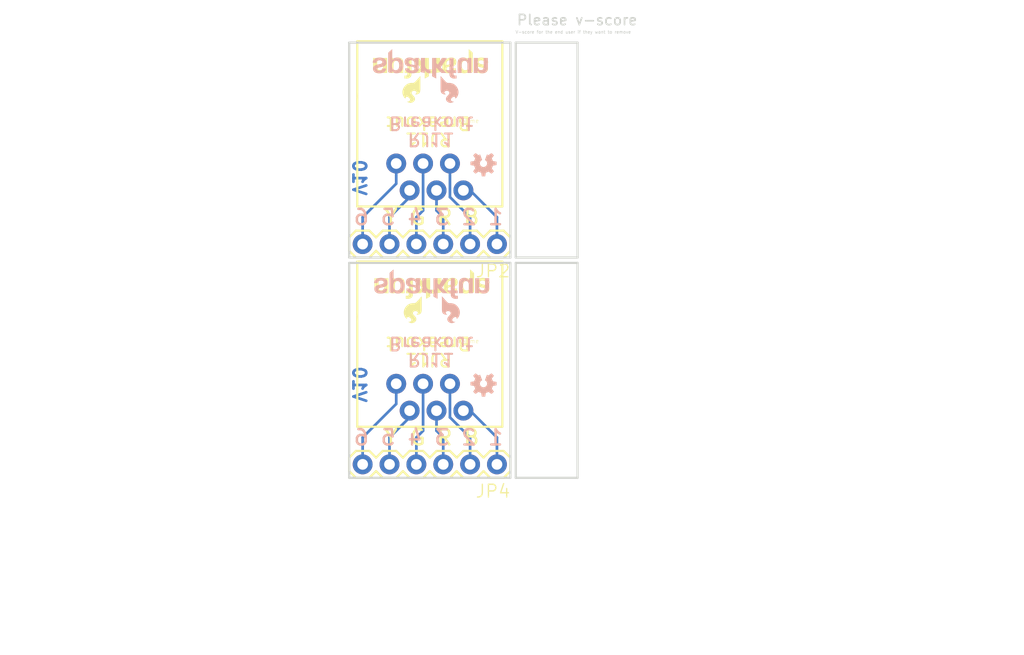
<source format=kicad_pcb>
(kicad_pcb (version 20171130) (host pcbnew 5.1.5+dfsg1-2build2)

  (general
    (thickness 1.6)
    (drawings 57)
    (tracks 36)
    (zones 0)
    (modules 15)
    (nets 13)
  )

  (page A4)
  (layers
    (0 Top signal)
    (31 Bottom signal)
    (32 B.Adhes user)
    (33 F.Adhes user)
    (34 B.Paste user)
    (35 F.Paste user)
    (36 B.SilkS user)
    (37 F.SilkS user)
    (38 B.Mask user)
    (39 F.Mask user)
    (40 Dwgs.User user)
    (41 Cmts.User user)
    (42 Eco1.User user)
    (43 Eco2.User user)
    (44 Edge.Cuts user)
    (45 Margin user)
    (46 B.CrtYd user)
    (47 F.CrtYd user)
    (48 B.Fab user)
    (49 F.Fab user)
  )

  (setup
    (last_trace_width 0.25)
    (trace_clearance 0.2)
    (zone_clearance 0.508)
    (zone_45_only no)
    (trace_min 0.2)
    (via_size 0.8)
    (via_drill 0.4)
    (via_min_size 0.4)
    (via_min_drill 0.3)
    (uvia_size 0.3)
    (uvia_drill 0.1)
    (uvias_allowed no)
    (uvia_min_size 0.2)
    (uvia_min_drill 0.1)
    (edge_width 0.05)
    (segment_width 0.2)
    (pcb_text_width 0.3)
    (pcb_text_size 1.5 1.5)
    (mod_edge_width 0.12)
    (mod_text_size 1 1)
    (mod_text_width 0.15)
    (pad_size 1.524 1.524)
    (pad_drill 0.762)
    (pad_to_mask_clearance 0.051)
    (solder_mask_min_width 0.25)
    (aux_axis_origin 0 0)
    (visible_elements FFFFFF7F)
    (pcbplotparams
      (layerselection 0x010fc_ffffffff)
      (usegerberextensions false)
      (usegerberattributes false)
      (usegerberadvancedattributes false)
      (creategerberjobfile false)
      (excludeedgelayer true)
      (linewidth 0.100000)
      (plotframeref false)
      (viasonmask false)
      (mode 1)
      (useauxorigin false)
      (hpglpennumber 1)
      (hpglpenspeed 20)
      (hpglpendiameter 15.000000)
      (psnegative false)
      (psa4output false)
      (plotreference true)
      (plotvalue true)
      (plotinvisibletext false)
      (padsonsilk false)
      (subtractmaskfromsilk false)
      (outputformat 1)
      (mirror false)
      (drillshape 1)
      (scaleselection 1)
      (outputdirectory ""))
  )

  (net 0 "")
  (net 1 /BLUE-2)
  (net 2 /YELLOW-2)
  (net 3 /GREEN-2)
  (net 4 /RED-2)
  (net 5 /BLACK-2)
  (net 6 /WHITE-2)
  (net 7 /BLUE)
  (net 8 /YELLOW)
  (net 9 /GREEN)
  (net 10 /RED)
  (net 11 /BLACK)
  (net 12 /WHITE)

  (net_class Default "Esta es la clase de red por defecto."
    (clearance 0.2)
    (trace_width 0.25)
    (via_dia 0.8)
    (via_drill 0.4)
    (uvia_dia 0.3)
    (uvia_drill 0.1)
    (add_net /BLACK)
    (add_net /BLACK-2)
    (add_net /BLUE)
    (add_net /BLUE-2)
    (add_net /GREEN)
    (add_net /GREEN-2)
    (add_net /RED)
    (add_net /RED-2)
    (add_net /WHITE)
    (add_net /WHITE-2)
    (add_net /YELLOW)
    (add_net /YELLOW-2)
  )

  (module RJ11-Breakout:RJ11-6 (layer Top) (tedit 0) (tstamp 5F577944)
    (at 142.532705 90.892121 180)
    (path /AB57DC64)
    (fp_text reference JP1 (at 0 0 180) (layer F.SilkS) hide
      (effects (font (size 1.27 1.27) (thickness 0.15)) (justify right top))
    )
    (fp_text value RJ11 (at 0 0 180) (layer F.SilkS) hide
      (effects (font (size 1.27 1.27) (thickness 0.15)) (justify right top))
    )
    (fp_text user >Value (at -2.54 -1.27 180) (layer F.Fab)
      (effects (font (size 0.38608 0.38608) (thickness 0.032512)) (justify left bottom))
    )
    (fp_text user >Name (at -2.54 -2.54 180) (layer F.SilkS)
      (effects (font (size 0.38608 0.38608) (thickness 0.032512)) (justify left bottom))
    )
    (fp_line (start 6.858 8.128) (end 6.858 5.207) (layer F.Fab) (width 0.2032))
    (fp_line (start -6.858 8.128) (end 6.858 8.128) (layer F.Fab) (width 0.2032))
    (fp_line (start -6.858 5.207) (end -6.858 8.128) (layer F.Fab) (width 0.2032))
    (fp_line (start 6.858 5.207) (end -6.858 5.207) (layer F.SilkS) (width 0.2032))
    (fp_line (start -6.858 -10.414) (end -6.858 5.207) (layer F.SilkS) (width 0.2032))
    (fp_line (start 6.858 -10.414) (end -6.858 -10.414) (layer F.SilkS) (width 0.2032))
    (fp_line (start 6.858 5.207) (end 6.858 -10.414) (layer F.SilkS) (width 0.2032))
    (pad "" np_thru_hole circle (at 5.08 0 180) (size 3.2512 3.2512) (drill 3.2512) (layers *.Cu *.Mask))
    (pad "" np_thru_hole circle (at -5.08 0 180) (size 3.2512 3.2512) (drill 3.2512) (layers *.Cu *.Mask))
    (pad 6 thru_hole circle (at 3.175 -6.35 180) (size 1.8796 1.8796) (drill 1.016) (layers *.Cu *.Mask)
      (net 1 /BLUE-2) (solder_mask_margin 0.1016))
    (pad 5 thru_hole circle (at 1.905 -8.89 180) (size 1.8796 1.8796) (drill 1.016) (layers *.Cu *.Mask)
      (net 2 /YELLOW-2) (solder_mask_margin 0.1016))
    (pad 4 thru_hole circle (at 0.635 -6.35 180) (size 1.8796 1.8796) (drill 1.016) (layers *.Cu *.Mask)
      (net 3 /GREEN-2) (solder_mask_margin 0.1016))
    (pad 3 thru_hole circle (at -0.635 -8.89 180) (size 1.8796 1.8796) (drill 1.016) (layers *.Cu *.Mask)
      (net 4 /RED-2) (solder_mask_margin 0.1016))
    (pad 2 thru_hole circle (at -1.905 -6.35 180) (size 1.8796 1.8796) (drill 1.016) (layers *.Cu *.Mask)
      (net 5 /BLACK-2) (solder_mask_margin 0.1016))
    (pad 1 thru_hole circle (at -3.175 -8.89 180) (size 1.8796 1.8796) (drill 1.016) (layers *.Cu *.Mask)
      (net 6 /WHITE-2) (solder_mask_margin 0.1016))
  )

  (module RJ11-Breakout:CREATIVE_COMMONS (layer Top) (tedit 0) (tstamp 5F577958)
    (at 122.212705 139.660121)
    (path /DFE0E5A0)
    (fp_text reference FRAME2 (at 0 0) (layer F.SilkS) hide
      (effects (font (size 1.27 1.27) (thickness 0.15)))
    )
    (fp_text value FRAME-LETTER (at 0 0) (layer F.SilkS) hide
      (effects (font (size 1.27 1.27) (thickness 0.15)))
    )
    (fp_text user "Designed by:" (at 11.43 0) (layer F.Fab)
      (effects (font (size 1.6891 1.6891) (thickness 0.14224)) (justify left bottom))
    )
    (fp_text user " https://creativecommons.org/licenses/by-sa/4.0/" (at 0 -2.54) (layer F.Fab)
      (effects (font (size 1.6891 1.6891) (thickness 0.14224)) (justify left bottom))
    )
    (fp_text user "Released under the Creative Commons Attribution Share-Alike 4.0 License" (at -20.32 -5.08) (layer F.Fab)
      (effects (font (size 1.6891 1.6891) (thickness 0.14224)) (justify left bottom))
    )
  )

  (module RJ11-Breakout:1X06 (layer Top) (tedit 0) (tstamp 5F57795E)
    (at 148.882705 104.862121 180)
    (path /4242304C)
    (fp_text reference JP2 (at -1.3462 -1.8288 180) (layer F.SilkS)
      (effects (font (size 1.2065 1.2065) (thickness 0.127)) (justify right top))
    )
    (fp_text value Pins (at -1.27 3.175 180) (layer F.Fab)
      (effects (font (size 1.2065 1.2065) (thickness 0.1016)) (justify right top))
    )
    (fp_poly (pts (xy -0.254 0.254) (xy 0.254 0.254) (xy 0.254 -0.254) (xy -0.254 -0.254)) (layer F.Fab) (width 0))
    (fp_poly (pts (xy 2.286 0.254) (xy 2.794 0.254) (xy 2.794 -0.254) (xy 2.286 -0.254)) (layer F.Fab) (width 0))
    (fp_poly (pts (xy 4.826 0.254) (xy 5.334 0.254) (xy 5.334 -0.254) (xy 4.826 -0.254)) (layer F.Fab) (width 0))
    (fp_poly (pts (xy 7.366 0.254) (xy 7.874 0.254) (xy 7.874 -0.254) (xy 7.366 -0.254)) (layer F.Fab) (width 0))
    (fp_poly (pts (xy 9.906 0.254) (xy 10.414 0.254) (xy 10.414 -0.254) (xy 9.906 -0.254)) (layer F.Fab) (width 0))
    (fp_poly (pts (xy 12.446 0.254) (xy 12.954 0.254) (xy 12.954 -0.254) (xy 12.446 -0.254)) (layer F.Fab) (width 0))
    (fp_line (start 13.97 -0.635) (end 13.97 0.635) (layer F.SilkS) (width 0.2032))
    (fp_line (start 0.635 1.27) (end -0.635 1.27) (layer F.SilkS) (width 0.2032))
    (fp_line (start -1.27 0.635) (end -0.635 1.27) (layer F.SilkS) (width 0.2032))
    (fp_line (start -0.635 -1.27) (end -1.27 -0.635) (layer F.SilkS) (width 0.2032))
    (fp_line (start -1.27 -0.635) (end -1.27 0.635) (layer F.SilkS) (width 0.2032))
    (fp_line (start 1.905 1.27) (end 1.27 0.635) (layer F.SilkS) (width 0.2032))
    (fp_line (start 3.175 1.27) (end 1.905 1.27) (layer F.SilkS) (width 0.2032))
    (fp_line (start 3.81 0.635) (end 3.175 1.27) (layer F.SilkS) (width 0.2032))
    (fp_line (start 3.175 -1.27) (end 3.81 -0.635) (layer F.SilkS) (width 0.2032))
    (fp_line (start 1.905 -1.27) (end 3.175 -1.27) (layer F.SilkS) (width 0.2032))
    (fp_line (start 1.27 -0.635) (end 1.905 -1.27) (layer F.SilkS) (width 0.2032))
    (fp_line (start 1.27 0.635) (end 0.635 1.27) (layer F.SilkS) (width 0.2032))
    (fp_line (start 0.635 -1.27) (end 1.27 -0.635) (layer F.SilkS) (width 0.2032))
    (fp_line (start -0.635 -1.27) (end 0.635 -1.27) (layer F.SilkS) (width 0.2032))
    (fp_line (start 8.255 1.27) (end 6.985 1.27) (layer F.SilkS) (width 0.2032))
    (fp_line (start 6.35 0.635) (end 6.985 1.27) (layer F.SilkS) (width 0.2032))
    (fp_line (start 6.985 -1.27) (end 6.35 -0.635) (layer F.SilkS) (width 0.2032))
    (fp_line (start 4.445 1.27) (end 3.81 0.635) (layer F.SilkS) (width 0.2032))
    (fp_line (start 5.715 1.27) (end 4.445 1.27) (layer F.SilkS) (width 0.2032))
    (fp_line (start 6.35 0.635) (end 5.715 1.27) (layer F.SilkS) (width 0.2032))
    (fp_line (start 5.715 -1.27) (end 6.35 -0.635) (layer F.SilkS) (width 0.2032))
    (fp_line (start 4.445 -1.27) (end 5.715 -1.27) (layer F.SilkS) (width 0.2032))
    (fp_line (start 3.81 -0.635) (end 4.445 -1.27) (layer F.SilkS) (width 0.2032))
    (fp_line (start 9.525 1.27) (end 8.89 0.635) (layer F.SilkS) (width 0.2032))
    (fp_line (start 10.795 1.27) (end 9.525 1.27) (layer F.SilkS) (width 0.2032))
    (fp_line (start 11.43 0.635) (end 10.795 1.27) (layer F.SilkS) (width 0.2032))
    (fp_line (start 10.795 -1.27) (end 11.43 -0.635) (layer F.SilkS) (width 0.2032))
    (fp_line (start 9.525 -1.27) (end 10.795 -1.27) (layer F.SilkS) (width 0.2032))
    (fp_line (start 8.89 -0.635) (end 9.525 -1.27) (layer F.SilkS) (width 0.2032))
    (fp_line (start 8.89 0.635) (end 8.255 1.27) (layer F.SilkS) (width 0.2032))
    (fp_line (start 8.255 -1.27) (end 8.89 -0.635) (layer F.SilkS) (width 0.2032))
    (fp_line (start 6.985 -1.27) (end 8.255 -1.27) (layer F.SilkS) (width 0.2032))
    (fp_line (start 12.065 1.27) (end 11.43 0.635) (layer F.SilkS) (width 0.2032))
    (fp_line (start 13.335 1.27) (end 12.065 1.27) (layer F.SilkS) (width 0.2032))
    (fp_line (start 13.97 0.635) (end 13.335 1.27) (layer F.SilkS) (width 0.2032))
    (fp_line (start 13.335 -1.27) (end 13.97 -0.635) (layer F.SilkS) (width 0.2032))
    (fp_line (start 12.065 -1.27) (end 13.335 -1.27) (layer F.SilkS) (width 0.2032))
    (fp_line (start 11.43 -0.635) (end 12.065 -1.27) (layer F.SilkS) (width 0.2032))
    (pad 6 thru_hole circle (at 12.7 0 270) (size 1.8796 1.8796) (drill 1.016) (layers *.Cu *.Mask)
      (net 1 /BLUE-2) (solder_mask_margin 0.1016))
    (pad 5 thru_hole circle (at 10.16 0 270) (size 1.8796 1.8796) (drill 1.016) (layers *.Cu *.Mask)
      (net 2 /YELLOW-2) (solder_mask_margin 0.1016))
    (pad 4 thru_hole circle (at 7.62 0 270) (size 1.8796 1.8796) (drill 1.016) (layers *.Cu *.Mask)
      (net 3 /GREEN-2) (solder_mask_margin 0.1016))
    (pad 3 thru_hole circle (at 5.08 0 270) (size 1.8796 1.8796) (drill 1.016) (layers *.Cu *.Mask)
      (net 4 /RED-2) (solder_mask_margin 0.1016))
    (pad 2 thru_hole circle (at 2.54 0 270) (size 1.8796 1.8796) (drill 1.016) (layers *.Cu *.Mask)
      (net 5 /BLACK-2) (solder_mask_margin 0.1016))
    (pad 1 thru_hole circle (at 0 0 270) (size 1.8796 1.8796) (drill 1.016) (layers *.Cu *.Mask)
      (net 6 /WHITE-2) (solder_mask_margin 0.1016))
  )

  (module RJ11-Breakout:SFE_LOGO_NAME_FLAME_.1 (layer Bottom) (tedit 0) (tstamp 5F577993)
    (at 136.690705 86.320121)
    (path /8712EDD9)
    (fp_text reference LOGO1 (at 0 0) (layer B.SilkS) hide
      (effects (font (size 1.27 1.27) (thickness 0.15)) (justify mirror))
    )
    (fp_text value SFE_LOGO_NAME_FLAME.1_INCH (at 0 0) (layer B.SilkS) hide
      (effects (font (size 1.27 1.27) (thickness 0.15)) (justify mirror))
    )
    (fp_poly (pts (xy 8.25 4.78) (xy 8.25 4.76) (xy 8.25 4.73) (xy 8.25 4.7)
      (xy 8.24 4.67) (xy 8.23 4.64) (xy 8.2 4.62) (xy 8.17 4.61)
      (xy 8.14 4.61) (xy 8.1 4.61) (xy 8.06 4.63) (xy 8.02 4.65)
      (xy 7.99 4.67) (xy 7.95 4.7) (xy 7.92 4.72) (xy 7.89 4.75)
      (xy 7.87 4.79) (xy 7.85 4.82) (xy 7.84 4.86) (xy 7.83 4.89)
      (xy 7.84 4.92) (xy 7.85 4.94) (xy 7.86 4.97) (xy 7.88 5)
      (xy 7.92 5.03) (xy 7.96 5.05) (xy 8.01 5.06) (xy 8.05 5.07)
      (xy 8.08 5.07) (xy 8.11 5.06) (xy 8.13 5.06) (xy 8.14 5.06)
      (xy 8.13 5.07) (xy 8.09 5.1) (xy 8.03 5.13) (xy 7.95 5.16)
      (xy 7.86 5.19) (xy 7.76 5.19) (xy 7.65 5.17) (xy 7.54 5.11)
      (xy 7.45 5.03) (xy 7.4 4.96) (xy 7.37 4.87) (xy 7.37 4.79)
      (xy 7.39 4.7) (xy 7.44 4.61) (xy 7.51 4.53) (xy 7.59 4.44)
      (xy 7.66 4.36) (xy 7.69 4.29) (xy 7.69 4.22) (xy 7.67 4.16)
      (xy 7.63 4.11) (xy 7.57 4.07) (xy 7.49 4.05) (xy 7.41 4.05)
      (xy 7.36 4.06) (xy 7.31 4.08) (xy 7.28 4.1) (xy 7.25 4.13)
      (xy 7.23 4.17) (xy 7.22 4.2) (xy 7.22 4.23) (xy 7.23 4.26)
      (xy 7.25 4.29) (xy 7.27 4.31) (xy 7.29 4.33) (xy 7.32 4.34)
      (xy 7.34 4.35) (xy 7.36 4.36) (xy 7.37 4.37) (xy 7.35 4.38)
      (xy 7.33 4.38) (xy 7.29 4.39) (xy 7.25 4.39) (xy 7.21 4.39)
      (xy 7.15 4.38) (xy 7.1 4.36) (xy 7.05 4.34) (xy 7.01 4.31)
      (xy 6.96 4.28) (xy 6.93 4.23) (xy 6.9 4.17) (xy 6.88 4.11)
      (xy 6.87 4.02) (xy 6.86 3.93) (xy 6.86 3.77) (xy 6.86 3.61)
      (xy 6.86 3.45) (xy 6.86 3.29) (xy 6.86 3.13) (xy 6.86 2.97)
      (xy 6.86 2.81) (xy 6.86 2.65) (xy 6.87 2.65) (xy 6.89 2.68)
      (xy 6.92 2.71) (xy 6.95 2.75) (xy 7 2.8) (xy 7.05 2.86)
      (xy 7.11 2.92) (xy 7.16 2.99) (xy 7.23 3.06) (xy 7.29 3.12)
      (xy 7.34 3.18) (xy 7.39 3.22) (xy 7.44 3.26) (xy 7.49 3.29)
      (xy 7.55 3.3) (xy 7.62 3.3) (xy 7.74 3.3) (xy 7.86 3.32)
      (xy 7.97 3.35) (xy 8.07 3.39) (xy 8.17 3.45) (xy 8.25 3.52)
      (xy 8.33 3.6) (xy 8.4 3.69) (xy 8.5 3.87) (xy 8.55 4.05)
      (xy 8.56 4.23) (xy 8.53 4.39) (xy 8.48 4.53) (xy 8.41 4.65)
      (xy 8.33 4.74)) (layer B.SilkS) (width 0))
    (fp_poly (pts (xy 10 2.36) (xy 10.05 2.36) (xy 10.1 2.36) (xy 10.14 2.36)
      (xy 10.19 2.36) (xy 10.23 2.36) (xy 10.28 2.36) (xy 10.33 2.36)
      (xy 10.37 2.36) (xy 10.37 2.33) (xy 10.37 2.31) (xy 10.37 2.28)
      (xy 10.37 2.26) (xy 10.37 2.23) (xy 10.37 2.21) (xy 10.37 2.18)
      (xy 10.37 2.16) (xy 10.38 2.16) (xy 10.42 2.22) (xy 10.46 2.26)
      (xy 10.51 2.3) (xy 10.57 2.34) (xy 10.63 2.36) (xy 10.69 2.38)
      (xy 10.75 2.39) (xy 10.81 2.39) (xy 10.95 2.38) (xy 11.06 2.35)
      (xy 11.15 2.3) (xy 11.22 2.23) (xy 11.27 2.15) (xy 11.3 2.05)
      (xy 11.32 1.94) (xy 11.33 1.81) (xy 11.33 1.7) (xy 11.33 1.59)
      (xy 11.33 1.49) (xy 11.33 1.38) (xy 11.33 1.27) (xy 11.33 1.16)
      (xy 11.33 1.05) (xy 11.33 0.94) (xy 11.28 0.94) (xy 11.23 0.94)
      (xy 11.18 0.94) (xy 11.13 0.94) (xy 11.08 0.94) (xy 11.03 0.94)
      (xy 10.99 0.94) (xy 10.94 0.94) (xy 10.94 1.04) (xy 10.94 1.14)
      (xy 10.94 1.24) (xy 10.94 1.34) (xy 10.94 1.44) (xy 10.94 1.54)
      (xy 10.94 1.64) (xy 10.94 1.74) (xy 10.93 1.82) (xy 10.92 1.89)
      (xy 10.91 1.95) (xy 10.88 2) (xy 10.85 2.04) (xy 10.8 2.07)
      (xy 10.75 2.08) (xy 10.69 2.09) (xy 10.61 2.08) (xy 10.55 2.07)
      (xy 10.5 2.04) (xy 10.46 1.99) (xy 10.43 1.94) (xy 10.4 1.87)
      (xy 10.39 1.78) (xy 10.39 1.68) (xy 10.39 1.59) (xy 10.39 1.5)
      (xy 10.39 1.41) (xy 10.39 1.31) (xy 10.39 1.22) (xy 10.39 1.13)
      (xy 10.39 1.03) (xy 10.39 0.94) (xy 10.34 0.94) (xy 10.29 0.94)
      (xy 10.24 0.94) (xy 10.19 0.94) (xy 10.14 0.94) (xy 10.1 0.94)
      (xy 10.05 0.94) (xy 10 0.94) (xy 10 1.12) (xy 10 1.3)
      (xy 10 1.47) (xy 10 1.65) (xy 10 1.83) (xy 10 2)
      (xy 10 2.18)) (layer B.SilkS) (width 0))
    (fp_poly (pts (xy 9.79 0.94) (xy 9.74 0.94) (xy 9.7 0.94) (xy 9.65 0.94)
      (xy 9.6 0.94) (xy 9.56 0.94) (xy 9.51 0.94) (xy 9.47 0.94)
      (xy 9.42 0.94) (xy 9.42 0.97) (xy 9.42 0.99) (xy 9.42 1.02)
      (xy 9.42 1.04) (xy 9.42 1.06) (xy 9.42 1.09) (xy 9.42 1.11)
      (xy 9.42 1.14) (xy 9.41 1.14) (xy 9.37 1.08) (xy 9.33 1.03)
      (xy 9.28 0.99) (xy 9.22 0.96) (xy 9.17 0.94) (xy 9.11 0.92)
      (xy 9.04 0.91) (xy 8.98 0.9) (xy 8.84 0.91) (xy 8.73 0.95)
      (xy 8.64 1) (xy 8.57 1.06) (xy 8.52 1.15) (xy 8.49 1.25)
      (xy 8.47 1.36) (xy 8.47 1.49) (xy 8.47 1.59) (xy 8.47 1.7)
      (xy 8.47 1.81) (xy 8.47 1.92) (xy 8.47 2.03) (xy 8.47 2.14)
      (xy 8.47 2.25) (xy 8.47 2.36) (xy 8.51 2.36) (xy 8.56 2.36)
      (xy 8.61 2.36) (xy 8.66 2.36) (xy 8.71 2.36) (xy 8.76 2.36)
      (xy 8.81 2.36) (xy 8.85 2.36) (xy 8.85 2.26) (xy 8.85 2.16)
      (xy 8.85 2.06) (xy 8.85 1.96) (xy 8.85 1.86) (xy 8.85 1.76)
      (xy 8.85 1.66) (xy 8.85 1.56) (xy 8.86 1.48) (xy 8.87 1.4)
      (xy 8.88 1.34) (xy 8.91 1.3) (xy 8.94 1.26) (xy 8.99 1.23)
      (xy 9.04 1.22) (xy 9.1 1.21) (xy 9.18 1.22) (xy 9.24 1.23)
      (xy 9.29 1.26) (xy 9.33 1.3) (xy 9.36 1.36) (xy 9.39 1.43)
      (xy 9.4 1.51) (xy 9.4 1.61) (xy 9.4 1.71) (xy 9.4 1.8)
      (xy 9.4 1.89) (xy 9.4 1.98) (xy 9.4 2.08) (xy 9.4 2.17)
      (xy 9.4 2.26) (xy 9.4 2.36) (xy 9.45 2.36) (xy 9.5 2.36)
      (xy 9.55 2.36) (xy 9.6 2.36) (xy 9.65 2.36) (xy 9.7 2.36)
      (xy 9.74 2.36) (xy 9.79 2.36) (xy 9.79 2.18) (xy 9.79 2)
      (xy 9.79 1.83) (xy 9.79 1.65) (xy 9.79 1.47) (xy 9.79 1.29)
      (xy 9.79 1.12)) (layer B.SilkS) (width 0))
    (fp_poly (pts (xy 7.7 2.1) (xy 7.65 2.1) (xy 7.6 2.1) (xy 7.55 2.1)
      (xy 7.51 2.1) (xy 7.46 2.1) (xy 7.41 2.1) (xy 7.36 2.1)
      (xy 7.31 2.1) (xy 7.35 2.13) (xy 7.38 2.16) (xy 7.41 2.19)
      (xy 7.45 2.23) (xy 7.48 2.26) (xy 7.51 2.29) (xy 7.55 2.32)
      (xy 7.58 2.36) (xy 7.59 2.36) (xy 7.61 2.36) (xy 7.62 2.36)
      (xy 7.64 2.36) (xy 7.65 2.36) (xy 7.67 2.36) (xy 7.68 2.36)
      (xy 7.7 2.36) (xy 7.7 2.37) (xy 7.7 2.38) (xy 7.7 2.4)
      (xy 7.7 2.41) (xy 7.7 2.42) (xy 7.7 2.44) (xy 7.7 2.45)
      (xy 7.7 2.46) (xy 7.7 2.56) (xy 7.73 2.64) (xy 7.76 2.71)
      (xy 7.81 2.77) (xy 7.88 2.82) (xy 7.96 2.86) (xy 8.06 2.89)
      (xy 8.17 2.89) (xy 8.2 2.89) (xy 8.22 2.89) (xy 8.25 2.89)
      (xy 8.27 2.89) (xy 8.3 2.89) (xy 8.32 2.89) (xy 8.35 2.89)
      (xy 8.37 2.88) (xy 8.37 2.85) (xy 8.37 2.81) (xy 8.37 2.78)
      (xy 8.37 2.74) (xy 8.37 2.7) (xy 8.37 2.67) (xy 8.37 2.63)
      (xy 8.37 2.6) (xy 8.36 2.6) (xy 8.34 2.6) (xy 8.32 2.6)
      (xy 8.3 2.6) (xy 8.29 2.6) (xy 8.27 2.6) (xy 8.25 2.6)
      (xy 8.23 2.6) (xy 8.2 2.6) (xy 8.16 2.59) (xy 8.14 2.58)
      (xy 8.12 2.57) (xy 8.1 2.54) (xy 8.09 2.52) (xy 8.09 2.48)
      (xy 8.08 2.44) (xy 8.08 2.43) (xy 8.08 2.42) (xy 8.08 2.41)
      (xy 8.08 2.4) (xy 8.08 2.39) (xy 8.08 2.38) (xy 8.08 2.37)
      (xy 8.08 2.36) (xy 8.12 2.36) (xy 8.15 2.36) (xy 8.19 2.36)
      (xy 8.22 2.36) (xy 8.25 2.36) (xy 8.29 2.36) (xy 8.32 2.36)
      (xy 8.35 2.36) (xy 8.35 2.32) (xy 8.35 2.29) (xy 8.35 2.26)
      (xy 8.35 2.23) (xy 8.35 2.19) (xy 8.35 2.16) (xy 8.35 2.13)
      (xy 8.35 2.1) (xy 8.32 2.1) (xy 8.29 2.1) (xy 8.25 2.1)
      (xy 8.22 2.1) (xy 8.19 2.1) (xy 8.15 2.1) (xy 8.12 2.1)
      (xy 8.08 2.1) (xy 8.08 1.95) (xy 8.08 1.81) (xy 8.08 1.66)
      (xy 8.08 1.52) (xy 8.08 1.37) (xy 8.08 1.23) (xy 8.08 1.09)
      (xy 8.08 0.94) (xy 8.04 0.94) (xy 7.99 0.94) (xy 7.94 0.94)
      (xy 7.89 0.94) (xy 7.84 0.94) (xy 7.79 0.94) (xy 7.74 0.94)
      (xy 7.7 0.94) (xy 7.7 1.09) (xy 7.7 1.23) (xy 7.7 1.37)
      (xy 7.7 1.52) (xy 7.7 1.66) (xy 7.7 1.81) (xy 7.7 1.95)) (layer B.SilkS) (width 0))
    (fp_poly (pts (xy 6.06 2.68) (xy 6.45 2.89) (xy 6.45 1.85) (xy 6.94 2.36)
      (xy 7.4 2.36) (xy 6.87 1.84) (xy 7.46 0.94) (xy 6.99 0.94)
      (xy 6.6 1.57) (xy 6.45 1.43) (xy 6.45 0.94) (xy 6.06 0.94)) (layer B.SilkS) (width 0))
    (fp_poly (pts (xy 5 2.29) (xy 5.05 2.3) (xy 5.09 2.31) (xy 5.14 2.31)
      (xy 5.19 2.32) (xy 5.23 2.33) (xy 5.28 2.34) (xy 5.33 2.35)
      (xy 5.37 2.36) (xy 5.37 2.32) (xy 5.37 2.29) (xy 5.37 2.26)
      (xy 5.37 2.22) (xy 5.37 2.19) (xy 5.37 2.16) (xy 5.37 2.13)
      (xy 5.37 2.09) (xy 5.41 2.16) (xy 5.45 2.21) (xy 5.5 2.27)
      (xy 5.55 2.31) (xy 5.62 2.35) (xy 5.68 2.37) (xy 5.75 2.39)
      (xy 5.83 2.39) (xy 5.84 2.39) (xy 5.85 2.39) (xy 5.86 2.39)
      (xy 5.87 2.39) (xy 5.88 2.39) (xy 5.89 2.39) (xy 5.9 2.38)
      (xy 5.91 2.38) (xy 5.91 2.33) (xy 5.91 2.29) (xy 5.91 2.24)
      (xy 5.91 2.2) (xy 5.91 2.15) (xy 5.91 2.11) (xy 5.91 2.06)
      (xy 5.91 2.02) (xy 5.9 2.02) (xy 5.88 2.03) (xy 5.86 2.03)
      (xy 5.84 2.03) (xy 5.83 2.03) (xy 5.81 2.03) (xy 5.79 2.03)
      (xy 5.77 2.03) (xy 5.67 2.02) (xy 5.59 2) (xy 5.52 1.96)
      (xy 5.47 1.9) (xy 5.43 1.83) (xy 5.41 1.76) (xy 5.39 1.67)
      (xy 5.39 1.58) (xy 5.39 1.5) (xy 5.39 1.42) (xy 5.39 1.34)
      (xy 5.39 1.26) (xy 5.39 1.18) (xy 5.39 1.1) (xy 5.39 1.02)
      (xy 5.39 0.94) (xy 5.34 0.94) (xy 5.29 0.94) (xy 5.24 0.94)
      (xy 5.19 0.94) (xy 5.14 0.94) (xy 5.1 0.94) (xy 5.05 0.94)
      (xy 5 0.94) (xy 5 1.11) (xy 5 1.28) (xy 5 1.45)
      (xy 5 1.62) (xy 5 1.78) (xy 5 1.95) (xy 5 2.12)) (layer B.SilkS) (width 0))
    (fp_poly (pts (xy 4.01 1.54) (xy 3.98 1.53) (xy 3.96 1.52) (xy 3.95 1.51)
      (xy 3.93 1.5) (xy 3.91 1.49) (xy 3.9 1.48) (xy 3.88 1.47)
      (xy 3.87 1.45) (xy 3.86 1.43) (xy 3.85 1.41) (xy 3.85 1.39)
      (xy 3.84 1.37) (xy 3.84 1.34) (xy 3.84 1.32) (xy 3.85 1.29)
      (xy 3.85 1.27) (xy 3.86 1.25) (xy 3.87 1.24) (xy 3.88 1.22)
      (xy 3.9 1.21) (xy 3.91 1.2) (xy 3.93 1.19) (xy 3.95 1.18)
      (xy 3.97 1.18) (xy 3.99 1.17) (xy 4.01 1.17) (xy 4.03 1.16)
      (xy 4.06 1.16) (xy 4.08 1.16) (xy 4.13 1.17) (xy 4.18 1.17)
      (xy 4.22 1.19) (xy 4.26 1.2) (xy 4.29 1.22) (xy 4.31 1.24)
      (xy 4.33 1.27) (xy 4.35 1.29) (xy 4.36 1.32) (xy 4.37 1.35)
      (xy 4.38 1.37) (xy 4.39 1.4) (xy 4.39 1.43) (xy 4.39 1.45)
      (xy 4.39 1.47) (xy 4.39 1.49) (xy 4.39 1.5) (xy 4.39 1.51)
      (xy 4.39 1.52) (xy 4.39 1.53) (xy 4.39 1.54) (xy 4.39 1.55)
      (xy 4.39 1.56) (xy 4.39 1.57) (xy 4.39 1.58) (xy 4.39 1.59)
      (xy 4.39 1.6) (xy 4.39 1.61) (xy 4.39 1.62) (xy 4.39 1.63)
      (xy 4.38 1.62) (xy 4.37 1.61) (xy 4.35 1.61) (xy 4.33 1.6)
      (xy 4.31 1.59) (xy 4.29 1.59) (xy 4.27 1.58) (xy 4.25 1.58)
      (xy 4.23 1.58) (xy 4.18 1.78) (xy 4.25 1.8) (xy 4.31 1.82)
      (xy 4.36 1.85) (xy 4.39 1.89) (xy 4.39 1.94) (xy 4.39 1.97)
      (xy 4.39 2) (xy 4.38 2.02) (xy 4.37 2.04) (xy 4.36 2.06)
      (xy 4.35 2.07) (xy 4.34 2.09) (xy 4.32 2.1) (xy 4.3 2.11)
      (xy 4.28 2.12) (xy 4.26 2.12) (xy 4.24 2.13) (xy 4.22 2.13)
      (xy 4.19 2.13) (xy 4.17 2.13) (xy 4.14 2.13) (xy 4.12 2.13)
      (xy 4.09 2.13) (xy 4.06 2.13) (xy 4.04 2.12) (xy 4.02 2.11)
      (xy 4 2.1) (xy 3.98 2.09) (xy 3.96 2.08) (xy 3.95 2.07)
      (xy 3.93 2.05) (xy 3.92 2.04) (xy 3.91 2.02) (xy 3.9 1.99)
      (xy 3.89 1.97) (xy 3.89 1.95) (xy 3.89 1.92) (xy 3.86 1.92)
      (xy 3.84 1.92) (xy 3.81 1.92) (xy 3.79 1.92) (xy 3.76 1.92)
      (xy 3.74 1.92) (xy 3.72 1.92) (xy 3.69 1.92) (xy 3.67 1.92)
      (xy 3.64 1.92) (xy 3.62 1.92) (xy 3.59 1.92) (xy 3.57 1.92)
      (xy 3.55 1.92) (xy 3.52 1.92) (xy 3.5 1.92) (xy 3.51 1.98)
      (xy 3.52 2.04) (xy 3.54 2.1) (xy 3.57 2.14) (xy 3.6 2.19)
      (xy 3.63 2.23) (xy 3.67 2.26) (xy 3.72 2.29) (xy 3.77 2.32)
      (xy 3.82 2.34) (xy 3.87 2.35) (xy 3.93 2.37) (xy 3.99 2.38)
      (xy 4.04 2.39) (xy 4.1 2.39) (xy 4.16 2.39) (xy 4.22 2.39)
      (xy 4.27 2.39) (xy 4.32 2.38) (xy 4.38 2.38) (xy 4.43 2.37)
      (xy 4.48 2.35) (xy 4.53 2.34) (xy 4.58 2.32) (xy 4.62 2.29)
      (xy 4.66 2.26) (xy 4.7 2.23) (xy 4.73 2.19) (xy 4.75 2.15)
      (xy 4.77 2.1) (xy 4.78 2.05) (xy 4.78 1.99) (xy 4.78 1.94)
      (xy 4.78 1.9) (xy 4.78 1.85) (xy 4.78 1.8) (xy 4.78 1.76)
      (xy 4.78 1.71) (xy 4.78 1.67) (xy 4.78 1.62) (xy 4.78 1.57)
      (xy 4.78 1.53) (xy 4.78 1.48) (xy 4.78 1.44) (xy 4.78 1.39)
      (xy 4.78 1.34) (xy 4.78 1.3) (xy 4.78 1.25) (xy 4.78 1.23)
      (xy 4.78 1.2) (xy 4.78 1.18) (xy 4.79 1.16) (xy 4.79 1.13)
      (xy 4.79 1.11) (xy 4.79 1.09) (xy 4.79 1.07) (xy 4.8 1.05)
      (xy 4.8 1.03) (xy 4.81 1.01) (xy 4.81 0.99) (xy 4.81 0.98)
      (xy 4.82 0.96) (xy 4.83 0.95) (xy 4.83 0.94) (xy 4.81 0.94)
      (xy 4.78 0.94) (xy 4.76 0.94) (xy 4.73 0.94) (xy 4.71 0.94)
      (xy 4.68 0.94) (xy 4.66 0.94) (xy 4.64 0.94) (xy 4.61 0.94)
      (xy 4.59 0.94) (xy 4.56 0.94) (xy 4.54 0.94) (xy 4.51 0.94)
      (xy 4.49 0.94) (xy 4.46 0.94) (xy 4.44 0.94) (xy 4.44 0.95)
      (xy 4.43 0.96) (xy 4.43 0.97) (xy 4.42 0.98) (xy 4.42 0.99)
      (xy 4.42 1) (xy 4.42 1.01) (xy 4.41 1.02) (xy 4.41 1.03)
      (xy 4.41 1.04) (xy 4.41 1.05) (xy 4.41 1.06) (xy 4.41 1.07)
      (xy 4.41 1.08) (xy 4.39 1.05) (xy 4.36 1.03) (xy 4.34 1.01)
      (xy 4.31 0.99) (xy 4.28 0.98) (xy 4.25 0.96) (xy 4.22 0.95)
      (xy 4.19 0.94) (xy 4.16 0.93) (xy 4.13 0.92) (xy 4.1 0.92)
      (xy 4.07 0.91) (xy 4.03 0.91) (xy 4 0.9) (xy 3.97 0.9)
      (xy 3.94 0.9) (xy 3.89 0.9) (xy 3.84 0.91) (xy 3.79 0.91)
      (xy 3.75 0.92) (xy 3.7 0.94) (xy 3.66 0.96) (xy 3.63 0.98)
      (xy 3.59 1) (xy 3.56 1.03) (xy 3.54 1.06) (xy 3.51 1.1)
      (xy 3.49 1.13) (xy 3.48 1.18) (xy 3.46 1.22) (xy 3.46 1.27)
      (xy 3.45 1.32) (xy 3.47 1.43) (xy 3.5 1.52) (xy 3.54 1.59)
      (xy 3.61 1.65) (xy 3.68 1.69) (xy 3.76 1.72) (xy 3.84 1.74)
      (xy 3.93 1.75)) (layer B.SilkS) (width 0))
    (fp_poly (pts (xy 3.93 1.75) (xy 4.02 1.76) (xy 4.11 1.77) (xy 4.18 1.78)
      (xy 4.23 1.58) (xy 4.21 1.57) (xy 4.19 1.57) (xy 4.16 1.56)
      (xy 4.14 1.56) (xy 4.12 1.56) (xy 4.09 1.55) (xy 4.07 1.55)
      (xy 4.05 1.55) (xy 4.03 1.54) (xy 4.01 1.54)) (layer B.SilkS) (width 0))
    (fp_poly (pts (xy 3.25 1.24) (xy 3.19 1.13) (xy 3.1 1.04) (xy 2.99 0.96)
      (xy 2.87 0.92) (xy 2.72 0.9) (xy 2.66 0.91) (xy 2.6 0.92)
      (xy 2.54 0.93) (xy 2.48 0.96) (xy 2.43 0.99) (xy 2.38 1.02)
      (xy 2.34 1.07) (xy 2.3 1.12) (xy 2.29 1.12) (xy 2.29 0.99)
      (xy 2.29 0.86) (xy 2.29 0.74) (xy 2.29 0.61) (xy 2.29 0.48)
      (xy 2.29 0.35) (xy 2.29 0.23) (xy 2.29 0.1) (xy 2.25 0.14)
      (xy 2.2 0.19) (xy 2.15 0.23) (xy 2.1 0.27) (xy 2.05 0.31)
      (xy 2 0.36) (xy 1.96 0.4) (xy 1.91 0.44) (xy 1.91 0.68)
      (xy 1.91 0.91) (xy 1.91 1.14) (xy 1.91 1.37) (xy 1.91 1.6)
      (xy 1.91 1.83) (xy 1.91 2.06) (xy 1.91 2.29) (xy 1.95 2.3)
      (xy 2 2.31) (xy 2.05 2.31) (xy 2.09 2.32) (xy 2.14 2.33)
      (xy 2.18 2.34) (xy 2.23 2.35) (xy 2.28 2.36) (xy 2.28 2.33)
      (xy 2.28 2.31) (xy 2.28 2.29) (xy 2.28 2.27) (xy 2.28 2.24)
      (xy 2.28 2.22) (xy 2.28 2.2) (xy 2.28 2.18) (xy 2.32 2.23)
      (xy 2.36 2.27) (xy 2.41 2.31) (xy 2.46 2.34) (xy 2.51 2.37)
      (xy 2.57 2.38) (xy 2.63 2.39) (xy 2.7 2.39) (xy 2.85 2.38)
      (xy 2.99 2.33) (xy 3.1 2.26) (xy 3.19 2.16) (xy 3.26 2.05)
      (xy 3.3 1.92) (xy 3.33 1.78) (xy 3.34 1.63) (xy 2.95 1.64)
      (xy 2.95 1.73) (xy 2.94 1.81) (xy 2.91 1.89) (xy 2.88 1.96)
      (xy 2.83 2.02) (xy 2.77 2.06) (xy 2.7 2.09) (xy 2.61 2.1)
      (xy 2.53 2.09) (xy 2.45 2.06) (xy 2.4 2.02) (xy 2.35 1.96)
      (xy 2.32 1.89) (xy 2.29 1.81) (xy 2.28 1.73) (xy 2.28 1.64)
      (xy 2.28 1.56) (xy 2.3 1.48) (xy 2.32 1.4) (xy 2.35 1.33)
      (xy 2.4 1.28) (xy 2.46 1.23) (xy 2.53 1.21) (xy 2.62 1.2)
      (xy 2.7 1.21) (xy 2.78 1.23) (xy 2.84 1.28) (xy 2.88 1.33)
      (xy 2.91 1.4)) (layer B.SilkS) (width 0))
    (fp_poly (pts (xy 2.91 1.4) (xy 2.94 1.48) (xy 2.95 1.56) (xy 2.95 1.64)
      (xy 3.34 1.63) (xy 3.33 1.49) (xy 3.3 1.36) (xy 3.25 1.24)) (layer B.SilkS) (width 0))
    (fp_poly (pts (xy 0.81 1.4) (xy 0.81 1.34) (xy 0.83 1.29) (xy 0.86 1.25)
      (xy 0.9 1.22) (xy 0.94 1.19) (xy 1 1.18) (xy 1.05 1.17)
      (xy 1.11 1.16) (xy 1.15 1.17) (xy 1.19 1.17) (xy 1.23 1.18)
      (xy 1.27 1.2) (xy 1.31 1.23) (xy 1.34 1.26) (xy 1.35 1.3)
      (xy 1.36 1.34) (xy 1.35 1.38) (xy 1.33 1.42) (xy 1.29 1.45)
      (xy 1.24 1.48) (xy 1.18 1.5) (xy 1.1 1.52) (xy 1.02 1.54)
      (xy 0.92 1.56) (xy 0.83 1.58) (xy 0.75 1.61) (xy 0.68 1.64)
      (xy 0.61 1.68) (xy 0.55 1.72) (xy 0.51 1.78) (xy 0.48 1.85)
      (xy 0.47 1.94) (xy 0.48 2.06) (xy 0.52 2.16) (xy 0.59 2.24)
      (xy 0.66 2.3) (xy 0.76 2.35) (xy 0.86 2.37) (xy 0.97 2.39)
      (xy 1.09 2.39) (xy 1.2 2.39) (xy 1.31 2.37) (xy 1.41 2.34)
      (xy 1.5 2.3) (xy 1.58 2.24) (xy 1.64 2.16) (xy 1.69 2.06)
      (xy 1.71 1.94) (xy 1.66 1.94) (xy 1.62 1.94) (xy 1.57 1.94)
      (xy 1.53 1.94) (xy 1.48 1.94) (xy 1.43 1.94) (xy 1.39 1.94)
      (xy 1.34 1.94) (xy 1.33 1.99) (xy 1.31 2.04) (xy 1.29 2.07)
      (xy 1.26 2.09) (xy 1.22 2.11) (xy 1.17 2.13) (xy 1.13 2.13)
      (xy 1.08 2.13) (xy 1.04 2.13) (xy 1 2.13) (xy 0.97 2.12)
      (xy 0.93 2.11) (xy 0.9 2.1) (xy 0.88 2.07) (xy 0.86 2.04)
      (xy 0.86 2) (xy 0.87 1.96) (xy 0.9 1.92) (xy 0.94 1.89)
      (xy 1 1.86) (xy 1.06 1.84) (xy 1.14 1.83) (xy 1.22 1.81)
      (xy 1.3 1.79) (xy 1.38 1.77) (xy 1.47 1.75) (xy 1.54 1.71)
      (xy 1.61 1.67) (xy 1.67 1.62) (xy 1.71 1.56) (xy 1.74 1.49)
      (xy 1.75 1.4) (xy 1.73 1.27) (xy 1.69 1.16) (xy 1.63 1.08)
      (xy 1.55 1.01) (xy 1.45 0.96) (xy 1.34 0.93) (xy 1.22 0.91)
      (xy 1.1 0.9) (xy 0.98 0.91) (xy 0.86 0.93) (xy 0.75 0.96)
      (xy 0.65 1.01) (xy 0.57 1.08) (xy 0.5 1.17) (xy 0.46 1.27)
      (xy 0.44 1.4) (xy 0.48 1.4) (xy 0.53 1.4) (xy 0.58 1.4)
      (xy 0.62 1.4) (xy 0.67 1.4) (xy 0.71 1.4) (xy 0.76 1.4)) (layer B.SilkS) (width 0))
  )

  (module RJ11-Breakout:SFE_LOGO_NAME_FLAME_.1 (layer Top) (tedit 0) (tstamp 5F5779A1)
    (at 148.501705 86.320121 180)
    (path /7B08F8A5)
    (fp_text reference LOGO2 (at 0 0 180) (layer F.SilkS) hide
      (effects (font (size 1.27 1.27) (thickness 0.15)) (justify right top))
    )
    (fp_text value SFE_LOGO_NAME_FLAME.1_INCH (at 0 0 180) (layer F.SilkS) hide
      (effects (font (size 1.27 1.27) (thickness 0.15)) (justify right top))
    )
    (fp_poly (pts (xy 8.25 -4.78) (xy 8.25 -4.76) (xy 8.25 -4.73) (xy 8.25 -4.7)
      (xy 8.24 -4.67) (xy 8.23 -4.64) (xy 8.2 -4.62) (xy 8.17 -4.61)
      (xy 8.14 -4.61) (xy 8.1 -4.61) (xy 8.06 -4.63) (xy 8.02 -4.65)
      (xy 7.99 -4.67) (xy 7.95 -4.7) (xy 7.92 -4.72) (xy 7.89 -4.75)
      (xy 7.87 -4.79) (xy 7.85 -4.82) (xy 7.84 -4.86) (xy 7.83 -4.89)
      (xy 7.84 -4.92) (xy 7.85 -4.94) (xy 7.86 -4.97) (xy 7.88 -5)
      (xy 7.92 -5.03) (xy 7.96 -5.05) (xy 8.01 -5.06) (xy 8.05 -5.07)
      (xy 8.08 -5.07) (xy 8.11 -5.06) (xy 8.13 -5.06) (xy 8.14 -5.06)
      (xy 8.13 -5.07) (xy 8.09 -5.1) (xy 8.03 -5.13) (xy 7.95 -5.16)
      (xy 7.86 -5.19) (xy 7.76 -5.19) (xy 7.65 -5.17) (xy 7.54 -5.11)
      (xy 7.45 -5.03) (xy 7.4 -4.96) (xy 7.37 -4.87) (xy 7.37 -4.79)
      (xy 7.39 -4.7) (xy 7.44 -4.61) (xy 7.51 -4.53) (xy 7.59 -4.44)
      (xy 7.66 -4.36) (xy 7.69 -4.29) (xy 7.69 -4.22) (xy 7.67 -4.16)
      (xy 7.63 -4.11) (xy 7.57 -4.07) (xy 7.49 -4.05) (xy 7.41 -4.05)
      (xy 7.36 -4.06) (xy 7.31 -4.08) (xy 7.28 -4.1) (xy 7.25 -4.13)
      (xy 7.23 -4.17) (xy 7.22 -4.2) (xy 7.22 -4.23) (xy 7.23 -4.26)
      (xy 7.25 -4.29) (xy 7.27 -4.31) (xy 7.29 -4.33) (xy 7.32 -4.34)
      (xy 7.34 -4.35) (xy 7.36 -4.36) (xy 7.37 -4.37) (xy 7.35 -4.38)
      (xy 7.33 -4.38) (xy 7.29 -4.39) (xy 7.25 -4.39) (xy 7.21 -4.39)
      (xy 7.15 -4.38) (xy 7.1 -4.36) (xy 7.05 -4.34) (xy 7.01 -4.31)
      (xy 6.96 -4.28) (xy 6.93 -4.23) (xy 6.9 -4.17) (xy 6.88 -4.11)
      (xy 6.87 -4.02) (xy 6.86 -3.93) (xy 6.86 -3.77) (xy 6.86 -3.61)
      (xy 6.86 -3.45) (xy 6.86 -3.29) (xy 6.86 -3.13) (xy 6.86 -2.97)
      (xy 6.86 -2.81) (xy 6.86 -2.65) (xy 6.87 -2.65) (xy 6.89 -2.68)
      (xy 6.92 -2.71) (xy 6.95 -2.75) (xy 7 -2.8) (xy 7.05 -2.86)
      (xy 7.11 -2.92) (xy 7.16 -2.99) (xy 7.23 -3.06) (xy 7.29 -3.12)
      (xy 7.34 -3.18) (xy 7.39 -3.22) (xy 7.44 -3.26) (xy 7.49 -3.29)
      (xy 7.55 -3.3) (xy 7.62 -3.3) (xy 7.74 -3.3) (xy 7.86 -3.32)
      (xy 7.97 -3.35) (xy 8.07 -3.39) (xy 8.17 -3.45) (xy 8.25 -3.52)
      (xy 8.33 -3.6) (xy 8.4 -3.69) (xy 8.5 -3.87) (xy 8.55 -4.05)
      (xy 8.56 -4.23) (xy 8.53 -4.39) (xy 8.48 -4.53) (xy 8.41 -4.65)
      (xy 8.33 -4.74)) (layer F.SilkS) (width 0))
    (fp_poly (pts (xy 10 -2.36) (xy 10.05 -2.36) (xy 10.1 -2.36) (xy 10.14 -2.36)
      (xy 10.19 -2.36) (xy 10.23 -2.36) (xy 10.28 -2.36) (xy 10.33 -2.36)
      (xy 10.37 -2.36) (xy 10.37 -2.33) (xy 10.37 -2.31) (xy 10.37 -2.28)
      (xy 10.37 -2.26) (xy 10.37 -2.23) (xy 10.37 -2.21) (xy 10.37 -2.18)
      (xy 10.37 -2.16) (xy 10.38 -2.16) (xy 10.42 -2.22) (xy 10.46 -2.26)
      (xy 10.51 -2.3) (xy 10.57 -2.34) (xy 10.63 -2.36) (xy 10.69 -2.38)
      (xy 10.75 -2.39) (xy 10.81 -2.39) (xy 10.95 -2.38) (xy 11.06 -2.35)
      (xy 11.15 -2.3) (xy 11.22 -2.23) (xy 11.27 -2.15) (xy 11.3 -2.05)
      (xy 11.32 -1.94) (xy 11.33 -1.81) (xy 11.33 -1.7) (xy 11.33 -1.59)
      (xy 11.33 -1.49) (xy 11.33 -1.38) (xy 11.33 -1.27) (xy 11.33 -1.16)
      (xy 11.33 -1.05) (xy 11.33 -0.94) (xy 11.28 -0.94) (xy 11.23 -0.94)
      (xy 11.18 -0.94) (xy 11.13 -0.94) (xy 11.08 -0.94) (xy 11.03 -0.94)
      (xy 10.99 -0.94) (xy 10.94 -0.94) (xy 10.94 -1.04) (xy 10.94 -1.14)
      (xy 10.94 -1.24) (xy 10.94 -1.34) (xy 10.94 -1.44) (xy 10.94 -1.54)
      (xy 10.94 -1.64) (xy 10.94 -1.74) (xy 10.93 -1.82) (xy 10.92 -1.89)
      (xy 10.91 -1.95) (xy 10.88 -2) (xy 10.85 -2.04) (xy 10.8 -2.07)
      (xy 10.75 -2.08) (xy 10.69 -2.09) (xy 10.61 -2.08) (xy 10.55 -2.07)
      (xy 10.5 -2.04) (xy 10.46 -1.99) (xy 10.43 -1.94) (xy 10.4 -1.87)
      (xy 10.39 -1.78) (xy 10.39 -1.68) (xy 10.39 -1.59) (xy 10.39 -1.5)
      (xy 10.39 -1.41) (xy 10.39 -1.31) (xy 10.39 -1.22) (xy 10.39 -1.13)
      (xy 10.39 -1.03) (xy 10.39 -0.94) (xy 10.34 -0.94) (xy 10.29 -0.94)
      (xy 10.24 -0.94) (xy 10.19 -0.94) (xy 10.14 -0.94) (xy 10.1 -0.94)
      (xy 10.05 -0.94) (xy 10 -0.94) (xy 10 -1.12) (xy 10 -1.3)
      (xy 10 -1.47) (xy 10 -1.65) (xy 10 -1.83) (xy 10 -2)
      (xy 10 -2.18)) (layer F.SilkS) (width 0))
    (fp_poly (pts (xy 9.79 -0.94) (xy 9.74 -0.94) (xy 9.7 -0.94) (xy 9.65 -0.94)
      (xy 9.6 -0.94) (xy 9.56 -0.94) (xy 9.51 -0.94) (xy 9.47 -0.94)
      (xy 9.42 -0.94) (xy 9.42 -0.97) (xy 9.42 -0.99) (xy 9.42 -1.02)
      (xy 9.42 -1.04) (xy 9.42 -1.06) (xy 9.42 -1.09) (xy 9.42 -1.11)
      (xy 9.42 -1.14) (xy 9.41 -1.14) (xy 9.37 -1.08) (xy 9.33 -1.03)
      (xy 9.28 -0.99) (xy 9.22 -0.96) (xy 9.17 -0.94) (xy 9.11 -0.92)
      (xy 9.04 -0.91) (xy 8.98 -0.9) (xy 8.84 -0.91) (xy 8.73 -0.95)
      (xy 8.64 -1) (xy 8.57 -1.06) (xy 8.52 -1.15) (xy 8.49 -1.25)
      (xy 8.47 -1.36) (xy 8.47 -1.49) (xy 8.47 -1.59) (xy 8.47 -1.7)
      (xy 8.47 -1.81) (xy 8.47 -1.92) (xy 8.47 -2.03) (xy 8.47 -2.14)
      (xy 8.47 -2.25) (xy 8.47 -2.36) (xy 8.51 -2.36) (xy 8.56 -2.36)
      (xy 8.61 -2.36) (xy 8.66 -2.36) (xy 8.71 -2.36) (xy 8.76 -2.36)
      (xy 8.81 -2.36) (xy 8.85 -2.36) (xy 8.85 -2.26) (xy 8.85 -2.16)
      (xy 8.85 -2.06) (xy 8.85 -1.96) (xy 8.85 -1.86) (xy 8.85 -1.76)
      (xy 8.85 -1.66) (xy 8.85 -1.56) (xy 8.86 -1.48) (xy 8.87 -1.4)
      (xy 8.88 -1.34) (xy 8.91 -1.3) (xy 8.94 -1.26) (xy 8.99 -1.23)
      (xy 9.04 -1.22) (xy 9.1 -1.21) (xy 9.18 -1.22) (xy 9.24 -1.23)
      (xy 9.29 -1.26) (xy 9.33 -1.3) (xy 9.36 -1.36) (xy 9.39 -1.43)
      (xy 9.4 -1.51) (xy 9.4 -1.61) (xy 9.4 -1.71) (xy 9.4 -1.8)
      (xy 9.4 -1.89) (xy 9.4 -1.98) (xy 9.4 -2.08) (xy 9.4 -2.17)
      (xy 9.4 -2.26) (xy 9.4 -2.36) (xy 9.45 -2.36) (xy 9.5 -2.36)
      (xy 9.55 -2.36) (xy 9.6 -2.36) (xy 9.65 -2.36) (xy 9.7 -2.36)
      (xy 9.74 -2.36) (xy 9.79 -2.36) (xy 9.79 -2.18) (xy 9.79 -2)
      (xy 9.79 -1.83) (xy 9.79 -1.65) (xy 9.79 -1.47) (xy 9.79 -1.29)
      (xy 9.79 -1.12)) (layer F.SilkS) (width 0))
    (fp_poly (pts (xy 7.7 -2.1) (xy 7.65 -2.1) (xy 7.6 -2.1) (xy 7.55 -2.1)
      (xy 7.51 -2.1) (xy 7.46 -2.1) (xy 7.41 -2.1) (xy 7.36 -2.1)
      (xy 7.31 -2.1) (xy 7.35 -2.13) (xy 7.38 -2.16) (xy 7.41 -2.19)
      (xy 7.45 -2.23) (xy 7.48 -2.26) (xy 7.51 -2.29) (xy 7.55 -2.32)
      (xy 7.58 -2.36) (xy 7.59 -2.36) (xy 7.61 -2.36) (xy 7.62 -2.36)
      (xy 7.64 -2.36) (xy 7.65 -2.36) (xy 7.67 -2.36) (xy 7.68 -2.36)
      (xy 7.7 -2.36) (xy 7.7 -2.37) (xy 7.7 -2.38) (xy 7.7 -2.4)
      (xy 7.7 -2.41) (xy 7.7 -2.42) (xy 7.7 -2.44) (xy 7.7 -2.45)
      (xy 7.7 -2.46) (xy 7.7 -2.56) (xy 7.73 -2.64) (xy 7.76 -2.71)
      (xy 7.81 -2.77) (xy 7.88 -2.82) (xy 7.96 -2.86) (xy 8.06 -2.89)
      (xy 8.17 -2.89) (xy 8.2 -2.89) (xy 8.22 -2.89) (xy 8.25 -2.89)
      (xy 8.27 -2.89) (xy 8.3 -2.89) (xy 8.32 -2.89) (xy 8.35 -2.89)
      (xy 8.37 -2.88) (xy 8.37 -2.85) (xy 8.37 -2.81) (xy 8.37 -2.78)
      (xy 8.37 -2.74) (xy 8.37 -2.7) (xy 8.37 -2.67) (xy 8.37 -2.63)
      (xy 8.37 -2.6) (xy 8.36 -2.6) (xy 8.34 -2.6) (xy 8.32 -2.6)
      (xy 8.3 -2.6) (xy 8.29 -2.6) (xy 8.27 -2.6) (xy 8.25 -2.6)
      (xy 8.23 -2.6) (xy 8.2 -2.6) (xy 8.16 -2.59) (xy 8.14 -2.58)
      (xy 8.12 -2.57) (xy 8.1 -2.54) (xy 8.09 -2.52) (xy 8.09 -2.48)
      (xy 8.08 -2.44) (xy 8.08 -2.43) (xy 8.08 -2.42) (xy 8.08 -2.41)
      (xy 8.08 -2.4) (xy 8.08 -2.39) (xy 8.08 -2.38) (xy 8.08 -2.37)
      (xy 8.08 -2.36) (xy 8.12 -2.36) (xy 8.15 -2.36) (xy 8.19 -2.36)
      (xy 8.22 -2.36) (xy 8.25 -2.36) (xy 8.29 -2.36) (xy 8.32 -2.36)
      (xy 8.35 -2.36) (xy 8.35 -2.32) (xy 8.35 -2.29) (xy 8.35 -2.26)
      (xy 8.35 -2.23) (xy 8.35 -2.19) (xy 8.35 -2.16) (xy 8.35 -2.13)
      (xy 8.35 -2.1) (xy 8.32 -2.1) (xy 8.29 -2.1) (xy 8.25 -2.1)
      (xy 8.22 -2.1) (xy 8.19 -2.1) (xy 8.15 -2.1) (xy 8.12 -2.1)
      (xy 8.08 -2.1) (xy 8.08 -1.95) (xy 8.08 -1.81) (xy 8.08 -1.66)
      (xy 8.08 -1.52) (xy 8.08 -1.37) (xy 8.08 -1.23) (xy 8.08 -1.09)
      (xy 8.08 -0.94) (xy 8.04 -0.94) (xy 7.99 -0.94) (xy 7.94 -0.94)
      (xy 7.89 -0.94) (xy 7.84 -0.94) (xy 7.79 -0.94) (xy 7.74 -0.94)
      (xy 7.7 -0.94) (xy 7.7 -1.09) (xy 7.7 -1.23) (xy 7.7 -1.37)
      (xy 7.7 -1.52) (xy 7.7 -1.66) (xy 7.7 -1.81) (xy 7.7 -1.95)) (layer F.SilkS) (width 0))
    (fp_poly (pts (xy 6.06 -2.68) (xy 6.45 -2.89) (xy 6.45 -1.85) (xy 6.94 -2.36)
      (xy 7.4 -2.36) (xy 6.87 -1.84) (xy 7.46 -0.94) (xy 6.99 -0.94)
      (xy 6.6 -1.57) (xy 6.45 -1.43) (xy 6.45 -0.94) (xy 6.06 -0.94)) (layer F.SilkS) (width 0))
    (fp_poly (pts (xy 5 -2.29) (xy 5.05 -2.3) (xy 5.09 -2.31) (xy 5.14 -2.31)
      (xy 5.19 -2.32) (xy 5.23 -2.33) (xy 5.28 -2.34) (xy 5.33 -2.35)
      (xy 5.37 -2.36) (xy 5.37 -2.32) (xy 5.37 -2.29) (xy 5.37 -2.26)
      (xy 5.37 -2.22) (xy 5.37 -2.19) (xy 5.37 -2.16) (xy 5.37 -2.13)
      (xy 5.37 -2.09) (xy 5.41 -2.16) (xy 5.45 -2.21) (xy 5.5 -2.27)
      (xy 5.55 -2.31) (xy 5.62 -2.35) (xy 5.68 -2.37) (xy 5.75 -2.39)
      (xy 5.83 -2.39) (xy 5.84 -2.39) (xy 5.85 -2.39) (xy 5.86 -2.39)
      (xy 5.87 -2.39) (xy 5.88 -2.39) (xy 5.89 -2.39) (xy 5.9 -2.38)
      (xy 5.91 -2.38) (xy 5.91 -2.33) (xy 5.91 -2.29) (xy 5.91 -2.24)
      (xy 5.91 -2.2) (xy 5.91 -2.15) (xy 5.91 -2.11) (xy 5.91 -2.06)
      (xy 5.91 -2.02) (xy 5.9 -2.02) (xy 5.88 -2.03) (xy 5.86 -2.03)
      (xy 5.84 -2.03) (xy 5.83 -2.03) (xy 5.81 -2.03) (xy 5.79 -2.03)
      (xy 5.77 -2.03) (xy 5.67 -2.02) (xy 5.59 -2) (xy 5.52 -1.96)
      (xy 5.47 -1.9) (xy 5.43 -1.83) (xy 5.41 -1.76) (xy 5.39 -1.67)
      (xy 5.39 -1.58) (xy 5.39 -1.5) (xy 5.39 -1.42) (xy 5.39 -1.34)
      (xy 5.39 -1.26) (xy 5.39 -1.18) (xy 5.39 -1.1) (xy 5.39 -1.02)
      (xy 5.39 -0.94) (xy 5.34 -0.94) (xy 5.29 -0.94) (xy 5.24 -0.94)
      (xy 5.19 -0.94) (xy 5.14 -0.94) (xy 5.1 -0.94) (xy 5.05 -0.94)
      (xy 5 -0.94) (xy 5 -1.11) (xy 5 -1.28) (xy 5 -1.45)
      (xy 5 -1.62) (xy 5 -1.78) (xy 5 -1.95) (xy 5 -2.12)) (layer F.SilkS) (width 0))
    (fp_poly (pts (xy 4.01 -1.54) (xy 3.98 -1.53) (xy 3.96 -1.52) (xy 3.95 -1.51)
      (xy 3.93 -1.5) (xy 3.91 -1.49) (xy 3.9 -1.48) (xy 3.88 -1.47)
      (xy 3.87 -1.45) (xy 3.86 -1.43) (xy 3.85 -1.41) (xy 3.85 -1.39)
      (xy 3.84 -1.37) (xy 3.84 -1.34) (xy 3.84 -1.32) (xy 3.85 -1.29)
      (xy 3.85 -1.27) (xy 3.86 -1.25) (xy 3.87 -1.24) (xy 3.88 -1.22)
      (xy 3.9 -1.21) (xy 3.91 -1.2) (xy 3.93 -1.19) (xy 3.95 -1.18)
      (xy 3.97 -1.18) (xy 3.99 -1.17) (xy 4.01 -1.17) (xy 4.03 -1.16)
      (xy 4.06 -1.16) (xy 4.08 -1.16) (xy 4.13 -1.17) (xy 4.18 -1.17)
      (xy 4.22 -1.19) (xy 4.26 -1.2) (xy 4.29 -1.22) (xy 4.31 -1.24)
      (xy 4.33 -1.27) (xy 4.35 -1.29) (xy 4.36 -1.32) (xy 4.37 -1.35)
      (xy 4.38 -1.37) (xy 4.39 -1.4) (xy 4.39 -1.43) (xy 4.39 -1.45)
      (xy 4.39 -1.47) (xy 4.39 -1.49) (xy 4.39 -1.5) (xy 4.39 -1.51)
      (xy 4.39 -1.52) (xy 4.39 -1.53) (xy 4.39 -1.54) (xy 4.39 -1.55)
      (xy 4.39 -1.56) (xy 4.39 -1.57) (xy 4.39 -1.58) (xy 4.39 -1.59)
      (xy 4.39 -1.6) (xy 4.39 -1.61) (xy 4.39 -1.62) (xy 4.39 -1.63)
      (xy 4.38 -1.62) (xy 4.37 -1.61) (xy 4.35 -1.61) (xy 4.33 -1.6)
      (xy 4.31 -1.59) (xy 4.29 -1.59) (xy 4.27 -1.58) (xy 4.25 -1.58)
      (xy 4.23 -1.58) (xy 4.18 -1.78) (xy 4.25 -1.8) (xy 4.31 -1.82)
      (xy 4.36 -1.85) (xy 4.39 -1.89) (xy 4.39 -1.94) (xy 4.39 -1.97)
      (xy 4.39 -2) (xy 4.38 -2.02) (xy 4.37 -2.04) (xy 4.36 -2.06)
      (xy 4.35 -2.07) (xy 4.34 -2.09) (xy 4.32 -2.1) (xy 4.3 -2.11)
      (xy 4.28 -2.12) (xy 4.26 -2.12) (xy 4.24 -2.13) (xy 4.22 -2.13)
      (xy 4.19 -2.13) (xy 4.17 -2.13) (xy 4.14 -2.13) (xy 4.12 -2.13)
      (xy 4.09 -2.13) (xy 4.06 -2.13) (xy 4.04 -2.12) (xy 4.02 -2.11)
      (xy 4 -2.1) (xy 3.98 -2.09) (xy 3.96 -2.08) (xy 3.95 -2.07)
      (xy 3.93 -2.05) (xy 3.92 -2.04) (xy 3.91 -2.02) (xy 3.9 -1.99)
      (xy 3.89 -1.97) (xy 3.89 -1.95) (xy 3.89 -1.92) (xy 3.86 -1.92)
      (xy 3.84 -1.92) (xy 3.81 -1.92) (xy 3.79 -1.92) (xy 3.76 -1.92)
      (xy 3.74 -1.92) (xy 3.72 -1.92) (xy 3.69 -1.92) (xy 3.67 -1.92)
      (xy 3.64 -1.92) (xy 3.62 -1.92) (xy 3.59 -1.92) (xy 3.57 -1.92)
      (xy 3.55 -1.92) (xy 3.52 -1.92) (xy 3.5 -1.92) (xy 3.51 -1.98)
      (xy 3.52 -2.04) (xy 3.54 -2.1) (xy 3.57 -2.14) (xy 3.6 -2.19)
      (xy 3.63 -2.23) (xy 3.67 -2.26) (xy 3.72 -2.29) (xy 3.77 -2.32)
      (xy 3.82 -2.34) (xy 3.87 -2.35) (xy 3.93 -2.37) (xy 3.99 -2.38)
      (xy 4.04 -2.39) (xy 4.1 -2.39) (xy 4.16 -2.39) (xy 4.22 -2.39)
      (xy 4.27 -2.39) (xy 4.32 -2.38) (xy 4.38 -2.38) (xy 4.43 -2.37)
      (xy 4.48 -2.35) (xy 4.53 -2.34) (xy 4.58 -2.32) (xy 4.62 -2.29)
      (xy 4.66 -2.26) (xy 4.7 -2.23) (xy 4.73 -2.19) (xy 4.75 -2.15)
      (xy 4.77 -2.1) (xy 4.78 -2.05) (xy 4.78 -1.99) (xy 4.78 -1.94)
      (xy 4.78 -1.9) (xy 4.78 -1.85) (xy 4.78 -1.8) (xy 4.78 -1.76)
      (xy 4.78 -1.71) (xy 4.78 -1.67) (xy 4.78 -1.62) (xy 4.78 -1.57)
      (xy 4.78 -1.53) (xy 4.78 -1.48) (xy 4.78 -1.44) (xy 4.78 -1.39)
      (xy 4.78 -1.34) (xy 4.78 -1.3) (xy 4.78 -1.25) (xy 4.78 -1.23)
      (xy 4.78 -1.2) (xy 4.78 -1.18) (xy 4.79 -1.16) (xy 4.79 -1.13)
      (xy 4.79 -1.11) (xy 4.79 -1.09) (xy 4.79 -1.07) (xy 4.8 -1.05)
      (xy 4.8 -1.03) (xy 4.81 -1.01) (xy 4.81 -0.99) (xy 4.81 -0.98)
      (xy 4.82 -0.96) (xy 4.83 -0.95) (xy 4.83 -0.94) (xy 4.81 -0.94)
      (xy 4.78 -0.94) (xy 4.76 -0.94) (xy 4.73 -0.94) (xy 4.71 -0.94)
      (xy 4.68 -0.94) (xy 4.66 -0.94) (xy 4.64 -0.94) (xy 4.61 -0.94)
      (xy 4.59 -0.94) (xy 4.56 -0.94) (xy 4.54 -0.94) (xy 4.51 -0.94)
      (xy 4.49 -0.94) (xy 4.46 -0.94) (xy 4.44 -0.94) (xy 4.44 -0.95)
      (xy 4.43 -0.96) (xy 4.43 -0.97) (xy 4.42 -0.98) (xy 4.42 -0.99)
      (xy 4.42 -1) (xy 4.42 -1.01) (xy 4.41 -1.02) (xy 4.41 -1.03)
      (xy 4.41 -1.04) (xy 4.41 -1.05) (xy 4.41 -1.06) (xy 4.41 -1.07)
      (xy 4.41 -1.08) (xy 4.39 -1.05) (xy 4.36 -1.03) (xy 4.34 -1.01)
      (xy 4.31 -0.99) (xy 4.28 -0.98) (xy 4.25 -0.96) (xy 4.22 -0.95)
      (xy 4.19 -0.94) (xy 4.16 -0.93) (xy 4.13 -0.92) (xy 4.1 -0.92)
      (xy 4.07 -0.91) (xy 4.03 -0.91) (xy 4 -0.9) (xy 3.97 -0.9)
      (xy 3.94 -0.9) (xy 3.89 -0.9) (xy 3.84 -0.91) (xy 3.79 -0.91)
      (xy 3.75 -0.92) (xy 3.7 -0.94) (xy 3.66 -0.96) (xy 3.63 -0.98)
      (xy 3.59 -1) (xy 3.56 -1.03) (xy 3.54 -1.06) (xy 3.51 -1.1)
      (xy 3.49 -1.13) (xy 3.48 -1.18) (xy 3.46 -1.22) (xy 3.46 -1.27)
      (xy 3.45 -1.32) (xy 3.47 -1.43) (xy 3.5 -1.52) (xy 3.54 -1.59)
      (xy 3.61 -1.65) (xy 3.68 -1.69) (xy 3.76 -1.72) (xy 3.84 -1.74)
      (xy 3.93 -1.75)) (layer F.SilkS) (width 0))
    (fp_poly (pts (xy 3.93 -1.75) (xy 4.02 -1.76) (xy 4.11 -1.77) (xy 4.18 -1.78)
      (xy 4.23 -1.58) (xy 4.21 -1.57) (xy 4.19 -1.57) (xy 4.16 -1.56)
      (xy 4.14 -1.56) (xy 4.12 -1.56) (xy 4.09 -1.55) (xy 4.07 -1.55)
      (xy 4.05 -1.55) (xy 4.03 -1.54) (xy 4.01 -1.54)) (layer F.SilkS) (width 0))
    (fp_poly (pts (xy 3.25 -1.24) (xy 3.19 -1.13) (xy 3.1 -1.04) (xy 2.99 -0.96)
      (xy 2.87 -0.92) (xy 2.72 -0.9) (xy 2.66 -0.91) (xy 2.6 -0.92)
      (xy 2.54 -0.93) (xy 2.48 -0.96) (xy 2.43 -0.99) (xy 2.38 -1.02)
      (xy 2.34 -1.07) (xy 2.3 -1.12) (xy 2.29 -1.12) (xy 2.29 -0.99)
      (xy 2.29 -0.86) (xy 2.29 -0.74) (xy 2.29 -0.61) (xy 2.29 -0.48)
      (xy 2.29 -0.35) (xy 2.29 -0.23) (xy 2.29 -0.1) (xy 2.25 -0.14)
      (xy 2.2 -0.19) (xy 2.15 -0.23) (xy 2.1 -0.27) (xy 2.05 -0.31)
      (xy 2 -0.36) (xy 1.96 -0.4) (xy 1.91 -0.44) (xy 1.91 -0.68)
      (xy 1.91 -0.91) (xy 1.91 -1.14) (xy 1.91 -1.37) (xy 1.91 -1.6)
      (xy 1.91 -1.83) (xy 1.91 -2.06) (xy 1.91 -2.29) (xy 1.95 -2.3)
      (xy 2 -2.31) (xy 2.05 -2.31) (xy 2.09 -2.32) (xy 2.14 -2.33)
      (xy 2.18 -2.34) (xy 2.23 -2.35) (xy 2.28 -2.36) (xy 2.28 -2.33)
      (xy 2.28 -2.31) (xy 2.28 -2.29) (xy 2.28 -2.27) (xy 2.28 -2.24)
      (xy 2.28 -2.22) (xy 2.28 -2.2) (xy 2.28 -2.18) (xy 2.32 -2.23)
      (xy 2.36 -2.27) (xy 2.41 -2.31) (xy 2.46 -2.34) (xy 2.51 -2.37)
      (xy 2.57 -2.38) (xy 2.63 -2.39) (xy 2.7 -2.39) (xy 2.85 -2.38)
      (xy 2.99 -2.33) (xy 3.1 -2.26) (xy 3.19 -2.16) (xy 3.26 -2.05)
      (xy 3.3 -1.92) (xy 3.33 -1.78) (xy 3.34 -1.63) (xy 2.95 -1.64)
      (xy 2.95 -1.73) (xy 2.94 -1.81) (xy 2.91 -1.89) (xy 2.88 -1.96)
      (xy 2.83 -2.02) (xy 2.77 -2.06) (xy 2.7 -2.09) (xy 2.61 -2.1)
      (xy 2.53 -2.09) (xy 2.45 -2.06) (xy 2.4 -2.02) (xy 2.35 -1.96)
      (xy 2.32 -1.89) (xy 2.29 -1.81) (xy 2.28 -1.73) (xy 2.28 -1.64)
      (xy 2.28 -1.56) (xy 2.3 -1.48) (xy 2.32 -1.4) (xy 2.35 -1.33)
      (xy 2.4 -1.28) (xy 2.46 -1.23) (xy 2.53 -1.21) (xy 2.62 -1.2)
      (xy 2.7 -1.21) (xy 2.78 -1.23) (xy 2.84 -1.28) (xy 2.88 -1.33)
      (xy 2.91 -1.4)) (layer F.SilkS) (width 0))
    (fp_poly (pts (xy 2.91 -1.4) (xy 2.94 -1.48) (xy 2.95 -1.56) (xy 2.95 -1.64)
      (xy 3.34 -1.63) (xy 3.33 -1.49) (xy 3.3 -1.36) (xy 3.25 -1.24)) (layer F.SilkS) (width 0))
    (fp_poly (pts (xy 0.81 -1.4) (xy 0.81 -1.34) (xy 0.83 -1.29) (xy 0.86 -1.25)
      (xy 0.9 -1.22) (xy 0.94 -1.19) (xy 1 -1.18) (xy 1.05 -1.17)
      (xy 1.11 -1.16) (xy 1.15 -1.17) (xy 1.19 -1.17) (xy 1.23 -1.18)
      (xy 1.27 -1.2) (xy 1.31 -1.23) (xy 1.34 -1.26) (xy 1.35 -1.3)
      (xy 1.36 -1.34) (xy 1.35 -1.38) (xy 1.33 -1.42) (xy 1.29 -1.45)
      (xy 1.24 -1.48) (xy 1.18 -1.5) (xy 1.1 -1.52) (xy 1.02 -1.54)
      (xy 0.92 -1.56) (xy 0.83 -1.58) (xy 0.75 -1.61) (xy 0.68 -1.64)
      (xy 0.61 -1.68) (xy 0.55 -1.72) (xy 0.51 -1.78) (xy 0.48 -1.85)
      (xy 0.47 -1.94) (xy 0.48 -2.06) (xy 0.52 -2.16) (xy 0.59 -2.24)
      (xy 0.66 -2.3) (xy 0.76 -2.35) (xy 0.86 -2.37) (xy 0.97 -2.39)
      (xy 1.09 -2.39) (xy 1.2 -2.39) (xy 1.31 -2.37) (xy 1.41 -2.34)
      (xy 1.5 -2.3) (xy 1.58 -2.24) (xy 1.64 -2.16) (xy 1.69 -2.06)
      (xy 1.71 -1.94) (xy 1.66 -1.94) (xy 1.62 -1.94) (xy 1.57 -1.94)
      (xy 1.53 -1.94) (xy 1.48 -1.94) (xy 1.43 -1.94) (xy 1.39 -1.94)
      (xy 1.34 -1.94) (xy 1.33 -1.99) (xy 1.31 -2.04) (xy 1.29 -2.07)
      (xy 1.26 -2.09) (xy 1.22 -2.11) (xy 1.17 -2.13) (xy 1.13 -2.13)
      (xy 1.08 -2.13) (xy 1.04 -2.13) (xy 1 -2.13) (xy 0.97 -2.12)
      (xy 0.93 -2.11) (xy 0.9 -2.1) (xy 0.88 -2.07) (xy 0.86 -2.04)
      (xy 0.86 -2) (xy 0.87 -1.96) (xy 0.9 -1.92) (xy 0.94 -1.89)
      (xy 1 -1.86) (xy 1.06 -1.84) (xy 1.14 -1.83) (xy 1.22 -1.81)
      (xy 1.3 -1.79) (xy 1.38 -1.77) (xy 1.47 -1.75) (xy 1.54 -1.71)
      (xy 1.61 -1.67) (xy 1.67 -1.62) (xy 1.71 -1.56) (xy 1.74 -1.49)
      (xy 1.75 -1.4) (xy 1.73 -1.27) (xy 1.69 -1.16) (xy 1.63 -1.08)
      (xy 1.55 -1.01) (xy 1.45 -0.96) (xy 1.34 -0.93) (xy 1.22 -0.91)
      (xy 1.1 -0.9) (xy 0.98 -0.91) (xy 0.86 -0.93) (xy 0.75 -0.96)
      (xy 0.65 -1.01) (xy 0.57 -1.08) (xy 0.5 -1.17) (xy 0.46 -1.27)
      (xy 0.44 -1.4) (xy 0.48 -1.4) (xy 0.53 -1.4) (xy 0.58 -1.4)
      (xy 0.62 -1.4) (xy 0.67 -1.4) (xy 0.71 -1.4) (xy 0.76 -1.4)) (layer F.SilkS) (width 0))
  )

  (module RJ11-Breakout:OSHW-LOGO-MINI (layer Bottom) (tedit 0) (tstamp 5F5779AF)
    (at 147.612705 97.242121)
    (path /86C9AAF6)
    (fp_text reference LOGO3 (at 0 0) (layer B.SilkS) hide
      (effects (font (size 1.27 1.27) (thickness 0.15)) (justify mirror))
    )
    (fp_text value OSHW-LOGOMINI (at 0 0) (layer B.SilkS) hide
      (effects (font (size 1.27 1.27) (thickness 0.15)) (justify mirror))
    )
    (fp_poly (pts (xy 1.2366 -0.172631) (xy 1.2366 0.147368) (xy 0.8766 0.207368) (xy 0.8766 0.247368)
      (xy 0.8666 0.257368) (xy 0.8666 0.277368) (xy 0.8566 0.287368) (xy 0.8466 0.307368)
      (xy 0.8466 0.327368) (xy 0.8366 0.337368) (xy 0.8366 0.357368) (xy 0.8266 0.367368)
      (xy 0.8166 0.387368) (xy 0.8066 0.397368) (xy 0.8066 0.417368) (xy 0.7966 0.427368)
      (xy 0.7866 0.447368) (xy 0.7766 0.457368) (xy 0.9866 0.747368) (xy 0.7566 0.967368)
      (xy 0.4666 0.767368) (xy 0.4566 0.777368) (xy 0.4366 0.787368) (xy 0.4266 0.787368)
      (xy 0.4066 0.797368) (xy 0.3966 0.807368) (xy 0.3766 0.817368) (xy 0.3666 0.817368)
      (xy 0.3466 0.827368) (xy 0.3366 0.837368) (xy 0.3166 0.837368) (xy 0.2966 0.847368)
      (xy 0.2866 0.847368) (xy 0.2666 0.857368) (xy 0.2566 0.857368) (xy 0.2366 0.867368)
      (xy 0.2166 0.867368) (xy 0.1566 1.217368) (xy -0.1634 1.217368) (xy -0.2234 0.867368)
      (xy -0.2334 0.867368) (xy -0.2534 0.857368) (xy -0.2734 0.857368) (xy -0.2834 0.847368)
      (xy -0.3034 0.847368) (xy -0.3234 0.837368) (xy -0.3334 0.837368) (xy -0.3534 0.827368)
      (xy -0.3634 0.817368) (xy -0.3834 0.817368) (xy -0.3934 0.807368) (xy -0.4134 0.797368)
      (xy -0.4234 0.787368) (xy -0.4434 0.787368) (xy -0.4534 0.777368) (xy -0.4734 0.767368)
      (xy -0.7634 0.967368) (xy -0.9834 0.747368) (xy -0.7834 0.457368) (xy -0.7934 0.447368)
      (xy -0.7934 0.427368) (xy -0.8034 0.417368) (xy -0.8134 0.397368) (xy -0.8234 0.387368)
      (xy -0.8234 0.367368) (xy -0.8334 0.357368) (xy -0.8434 0.337368) (xy -0.8434 0.327368)
      (xy -0.8634 0.287368) (xy -0.8634 0.277368) (xy -0.8734 0.257368) (xy -0.8734 0.247368)
      (xy -0.8834 0.227368) (xy -0.8834 0.207368) (xy -1.2334 0.147368) (xy -1.2334 -0.172631)
      (xy -0.8834 -0.232631) (xy -0.8834 -0.242631) (xy -0.8734 -0.262631) (xy -0.8734 -0.282631)
      (xy -0.8634 -0.292631) (xy -0.8634 -0.312631) (xy -0.8534 -0.322631) (xy -0.8434 -0.342631)
      (xy -0.8434 -0.362631) (xy -0.8334 -0.372631) (xy -0.8334 -0.392631) (xy -0.8234 -0.402631)
      (xy -0.8134 -0.422631) (xy -0.8034 -0.432631) (xy -0.7934 -0.452631) (xy -0.7934 -0.462631)
      (xy -0.7834 -0.482631) (xy -0.9834 -0.762631) (xy -0.7634 -0.992631) (xy -0.4734 -0.792631)
      (xy -0.4634 -0.792631) (xy -0.4534 -0.802631) (xy -0.4434 -0.802631) (xy -0.4334 -0.812631)
      (xy -0.4234 -0.812631) (xy -0.4134 -0.822631) (xy -0.4034 -0.822631) (xy -0.3934 -0.832631)
      (xy -0.3834 -0.832631) (xy -0.3734 -0.842631) (xy -0.3634 -0.842631) (xy -0.3534 -0.852631)
      (xy -0.3334 -0.852631) (xy -0.3234 -0.862631) (xy -0.1234 -0.322631) (xy -0.1534 -0.312631)
      (xy -0.1934 -0.292631) (xy -0.2134 -0.272631) (xy -0.2334 -0.262631) (xy -0.2534 -0.242631)
      (xy -0.2634 -0.222631) (xy -0.2834 -0.202631) (xy -0.3034 -0.162631) (xy -0.3134 -0.132631)
      (xy -0.3334 -0.092631) (xy -0.3334 -0.062631) (xy -0.3434 -0.032631) (xy -0.3434 0.027368)
      (xy -0.3034 0.147368) (xy -0.2634 0.207368) (xy -0.2434 0.227368) (xy -0.2134 0.247368)
      (xy -0.1934 0.267368) (xy -0.1634 0.287368) (xy -0.1334 0.297368) (xy -0.1034 0.317368)
      (xy -0.0734 0.317368) (xy -0.0334 0.327368) (xy 0.0366 0.327368) (xy 0.0666 0.317368)
      (xy 0.0966 0.317368) (xy 0.1266 0.297368) (xy 0.1566 0.287368) (xy 0.2166 0.247368)
      (xy 0.2566 0.207368) (xy 0.2966 0.147368) (xy 0.3066 0.117368) (xy 0.3266 0.087368)
      (xy 0.3266 0.057368) (xy 0.3366 0.027368) (xy 0.3366 -0.062631) (xy 0.3266 -0.092631)
      (xy 0.3266 -0.112631) (xy 0.3166 -0.132631) (xy 0.3066 -0.162631) (xy 0.2966 -0.182631)
      (xy 0.2766 -0.202631) (xy 0.2666 -0.222631) (xy 0.2266 -0.262631) (xy 0.2066 -0.272631)
      (xy 0.1866 -0.292631) (xy 0.1266 -0.322631) (xy 0.3266 -0.862631) (xy 0.3266 -0.852631)
      (xy 0.3466 -0.852631) (xy 0.3566 -0.842631) (xy 0.3666 -0.842631) (xy 0.3766 -0.832631)
      (xy 0.3866 -0.832631) (xy 0.3966 -0.822631) (xy 0.4166 -0.822631) (xy 0.4266 -0.812631)
      (xy 0.4366 -0.812631) (xy 0.4566 -0.792631) (xy 0.4666 -0.792631) (xy 0.7566 -0.992631)
      (xy 0.9866 -0.762631) (xy 0.7766 -0.482631) (xy 0.7866 -0.462631) (xy 0.7966 -0.452631)
      (xy 0.8066 -0.432631) (xy 0.8066 -0.422631) (xy 0.8166 -0.402631) (xy 0.8266 -0.392631)
      (xy 0.8366 -0.372631) (xy 0.8366 -0.362631) (xy 0.8566 -0.322631) (xy 0.8566 -0.312631)
      (xy 0.8666 -0.292631) (xy 0.8666 -0.282631) (xy 0.8766 -0.262631) (xy 0.8766 -0.242631)
      (xy 0.8866 -0.232631)) (layer B.SilkS) (width 0))
  )

  (module RJ11-Breakout:STAND-OFF (layer Top) (tedit 0) (tstamp 5F5779B3)
    (at 153.581705 103.338121)
    (descr "<b>Stand Off</b><p>\nThis is the mechanical footprint for a #4 phillips button head screw. Use the keepout ring to avoid running the screw head into surrounding components. SKU : PRT-00447")
    (path /54E7B095)
    (fp_text reference H1 (at 0 0) (layer F.SilkS) hide
      (effects (font (size 1.27 1.27) (thickness 0.15)))
    )
    (fp_text value STAND-OFF (at 0 0) (layer F.SilkS) hide
      (effects (font (size 1.27 1.27) (thickness 0.15)))
    )
    (fp_circle (center 0 0) (end 2.794 0) (layer Dwgs.User) (width 0.127))
    (fp_arc (start 0 0) (end 0 1.8542) (angle 180) (layer Dwgs.User) (width 0.2032))
    (fp_arc (start 0 0) (end 0 1.8542) (angle -180) (layer Dwgs.User) (width 0.2032))
    (fp_arc (start 0 0) (end 0 1.8542) (angle 180) (layer Dwgs.User) (width 0.2032))
    (fp_arc (start 0 0) (end 0 -1.8542) (angle 180) (layer Dwgs.User) (width 0.2032))
    (pad "" np_thru_hole circle (at 0 0) (size 3.302 3.302) (drill 3.302) (layers *.Cu *.Mask))
  )

  (module RJ11-Breakout:STAND-OFF (layer Top) (tedit 0) (tstamp 5F5779BC)
    (at 153.581705 88.733121)
    (descr "<b>Stand Off</b><p>\nThis is the mechanical footprint for a #4 phillips button head screw. Use the keepout ring to avoid running the screw head into surrounding components. SKU : PRT-00447")
    (path /CAE5E1D2)
    (fp_text reference H3 (at 0 0) (layer F.SilkS) hide
      (effects (font (size 1.27 1.27) (thickness 0.15)))
    )
    (fp_text value STAND-OFF (at 0 0) (layer F.SilkS) hide
      (effects (font (size 1.27 1.27) (thickness 0.15)))
    )
    (fp_circle (center 0 0) (end 2.794 0) (layer Dwgs.User) (width 0.127))
    (fp_arc (start 0 0) (end 0 1.8542) (angle 180) (layer Dwgs.User) (width 0.2032))
    (fp_arc (start 0 0) (end 0 1.8542) (angle -180) (layer Dwgs.User) (width 0.2032))
    (fp_arc (start 0 0) (end 0 1.8542) (angle 180) (layer Dwgs.User) (width 0.2032))
    (fp_arc (start 0 0) (end 0 -1.8542) (angle 180) (layer Dwgs.User) (width 0.2032))
    (pad "" np_thru_hole circle (at 0 0) (size 3.302 3.302) (drill 3.302) (layers *.Cu *.Mask))
  )

  (module RJ11-Breakout:RJ11-6 (layer Top) (tedit 0) (tstamp 5F5779C5)
    (at 142.532705 111.720121 180)
    (path /28CC3720)
    (fp_text reference JP3 (at 0 0 180) (layer F.SilkS) hide
      (effects (font (size 1.27 1.27) (thickness 0.15)) (justify right top))
    )
    (fp_text value RJ11 (at 0 0 180) (layer F.SilkS) hide
      (effects (font (size 1.27 1.27) (thickness 0.15)) (justify right top))
    )
    (fp_text user >Value (at -2.54 -1.27 180) (layer F.Fab)
      (effects (font (size 0.38608 0.38608) (thickness 0.032512)) (justify left bottom))
    )
    (fp_text user >Name (at -2.54 -2.54 180) (layer F.SilkS)
      (effects (font (size 0.38608 0.38608) (thickness 0.032512)) (justify left bottom))
    )
    (fp_line (start 6.858 8.128) (end 6.858 5.207) (layer F.Fab) (width 0.2032))
    (fp_line (start -6.858 8.128) (end 6.858 8.128) (layer F.Fab) (width 0.2032))
    (fp_line (start -6.858 5.207) (end -6.858 8.128) (layer F.Fab) (width 0.2032))
    (fp_line (start 6.858 5.207) (end -6.858 5.207) (layer F.SilkS) (width 0.2032))
    (fp_line (start -6.858 -10.414) (end -6.858 5.207) (layer F.SilkS) (width 0.2032))
    (fp_line (start 6.858 -10.414) (end -6.858 -10.414) (layer F.SilkS) (width 0.2032))
    (fp_line (start 6.858 5.207) (end 6.858 -10.414) (layer F.SilkS) (width 0.2032))
    (pad "" np_thru_hole circle (at 5.08 0 180) (size 3.2512 3.2512) (drill 3.2512) (layers *.Cu *.Mask))
    (pad "" np_thru_hole circle (at -5.08 0 180) (size 3.2512 3.2512) (drill 3.2512) (layers *.Cu *.Mask))
    (pad 6 thru_hole circle (at 3.175 -6.35 180) (size 1.8796 1.8796) (drill 1.016) (layers *.Cu *.Mask)
      (net 7 /BLUE) (solder_mask_margin 0.1016))
    (pad 5 thru_hole circle (at 1.905 -8.89 180) (size 1.8796 1.8796) (drill 1.016) (layers *.Cu *.Mask)
      (net 8 /YELLOW) (solder_mask_margin 0.1016))
    (pad 4 thru_hole circle (at 0.635 -6.35 180) (size 1.8796 1.8796) (drill 1.016) (layers *.Cu *.Mask)
      (net 9 /GREEN) (solder_mask_margin 0.1016))
    (pad 3 thru_hole circle (at -0.635 -8.89 180) (size 1.8796 1.8796) (drill 1.016) (layers *.Cu *.Mask)
      (net 10 /RED) (solder_mask_margin 0.1016))
    (pad 2 thru_hole circle (at -1.905 -6.35 180) (size 1.8796 1.8796) (drill 1.016) (layers *.Cu *.Mask)
      (net 11 /BLACK) (solder_mask_margin 0.1016))
    (pad 1 thru_hole circle (at -3.175 -8.89 180) (size 1.8796 1.8796) (drill 1.016) (layers *.Cu *.Mask)
      (net 12 /WHITE) (solder_mask_margin 0.1016))
  )

  (module RJ11-Breakout:1X06 (layer Top) (tedit 0) (tstamp 5F5779D9)
    (at 148.882705 125.690121 180)
    (path /FFF6B891)
    (fp_text reference JP4 (at -1.3462 -1.8288 180) (layer F.SilkS)
      (effects (font (size 1.2065 1.2065) (thickness 0.127)) (justify right top))
    )
    (fp_text value Pins (at -1.27 3.175 180) (layer F.Fab)
      (effects (font (size 1.2065 1.2065) (thickness 0.1016)) (justify right top))
    )
    (fp_poly (pts (xy -0.254 0.254) (xy 0.254 0.254) (xy 0.254 -0.254) (xy -0.254 -0.254)) (layer F.Fab) (width 0))
    (fp_poly (pts (xy 2.286 0.254) (xy 2.794 0.254) (xy 2.794 -0.254) (xy 2.286 -0.254)) (layer F.Fab) (width 0))
    (fp_poly (pts (xy 4.826 0.254) (xy 5.334 0.254) (xy 5.334 -0.254) (xy 4.826 -0.254)) (layer F.Fab) (width 0))
    (fp_poly (pts (xy 7.366 0.254) (xy 7.874 0.254) (xy 7.874 -0.254) (xy 7.366 -0.254)) (layer F.Fab) (width 0))
    (fp_poly (pts (xy 9.906 0.254) (xy 10.414 0.254) (xy 10.414 -0.254) (xy 9.906 -0.254)) (layer F.Fab) (width 0))
    (fp_poly (pts (xy 12.446 0.254) (xy 12.954 0.254) (xy 12.954 -0.254) (xy 12.446 -0.254)) (layer F.Fab) (width 0))
    (fp_line (start 13.97 -0.635) (end 13.97 0.635) (layer F.SilkS) (width 0.2032))
    (fp_line (start 0.635 1.27) (end -0.635 1.27) (layer F.SilkS) (width 0.2032))
    (fp_line (start -1.27 0.635) (end -0.635 1.27) (layer F.SilkS) (width 0.2032))
    (fp_line (start -0.635 -1.27) (end -1.27 -0.635) (layer F.SilkS) (width 0.2032))
    (fp_line (start -1.27 -0.635) (end -1.27 0.635) (layer F.SilkS) (width 0.2032))
    (fp_line (start 1.905 1.27) (end 1.27 0.635) (layer F.SilkS) (width 0.2032))
    (fp_line (start 3.175 1.27) (end 1.905 1.27) (layer F.SilkS) (width 0.2032))
    (fp_line (start 3.81 0.635) (end 3.175 1.27) (layer F.SilkS) (width 0.2032))
    (fp_line (start 3.175 -1.27) (end 3.81 -0.635) (layer F.SilkS) (width 0.2032))
    (fp_line (start 1.905 -1.27) (end 3.175 -1.27) (layer F.SilkS) (width 0.2032))
    (fp_line (start 1.27 -0.635) (end 1.905 -1.27) (layer F.SilkS) (width 0.2032))
    (fp_line (start 1.27 0.635) (end 0.635 1.27) (layer F.SilkS) (width 0.2032))
    (fp_line (start 0.635 -1.27) (end 1.27 -0.635) (layer F.SilkS) (width 0.2032))
    (fp_line (start -0.635 -1.27) (end 0.635 -1.27) (layer F.SilkS) (width 0.2032))
    (fp_line (start 8.255 1.27) (end 6.985 1.27) (layer F.SilkS) (width 0.2032))
    (fp_line (start 6.35 0.635) (end 6.985 1.27) (layer F.SilkS) (width 0.2032))
    (fp_line (start 6.985 -1.27) (end 6.35 -0.635) (layer F.SilkS) (width 0.2032))
    (fp_line (start 4.445 1.27) (end 3.81 0.635) (layer F.SilkS) (width 0.2032))
    (fp_line (start 5.715 1.27) (end 4.445 1.27) (layer F.SilkS) (width 0.2032))
    (fp_line (start 6.35 0.635) (end 5.715 1.27) (layer F.SilkS) (width 0.2032))
    (fp_line (start 5.715 -1.27) (end 6.35 -0.635) (layer F.SilkS) (width 0.2032))
    (fp_line (start 4.445 -1.27) (end 5.715 -1.27) (layer F.SilkS) (width 0.2032))
    (fp_line (start 3.81 -0.635) (end 4.445 -1.27) (layer F.SilkS) (width 0.2032))
    (fp_line (start 9.525 1.27) (end 8.89 0.635) (layer F.SilkS) (width 0.2032))
    (fp_line (start 10.795 1.27) (end 9.525 1.27) (layer F.SilkS) (width 0.2032))
    (fp_line (start 11.43 0.635) (end 10.795 1.27) (layer F.SilkS) (width 0.2032))
    (fp_line (start 10.795 -1.27) (end 11.43 -0.635) (layer F.SilkS) (width 0.2032))
    (fp_line (start 9.525 -1.27) (end 10.795 -1.27) (layer F.SilkS) (width 0.2032))
    (fp_line (start 8.89 -0.635) (end 9.525 -1.27) (layer F.SilkS) (width 0.2032))
    (fp_line (start 8.89 0.635) (end 8.255 1.27) (layer F.SilkS) (width 0.2032))
    (fp_line (start 8.255 -1.27) (end 8.89 -0.635) (layer F.SilkS) (width 0.2032))
    (fp_line (start 6.985 -1.27) (end 8.255 -1.27) (layer F.SilkS) (width 0.2032))
    (fp_line (start 12.065 1.27) (end 11.43 0.635) (layer F.SilkS) (width 0.2032))
    (fp_line (start 13.335 1.27) (end 12.065 1.27) (layer F.SilkS) (width 0.2032))
    (fp_line (start 13.97 0.635) (end 13.335 1.27) (layer F.SilkS) (width 0.2032))
    (fp_line (start 13.335 -1.27) (end 13.97 -0.635) (layer F.SilkS) (width 0.2032))
    (fp_line (start 12.065 -1.27) (end 13.335 -1.27) (layer F.SilkS) (width 0.2032))
    (fp_line (start 11.43 -0.635) (end 12.065 -1.27) (layer F.SilkS) (width 0.2032))
    (pad 6 thru_hole circle (at 12.7 0 270) (size 1.8796 1.8796) (drill 1.016) (layers *.Cu *.Mask)
      (net 7 /BLUE) (solder_mask_margin 0.1016))
    (pad 5 thru_hole circle (at 10.16 0 270) (size 1.8796 1.8796) (drill 1.016) (layers *.Cu *.Mask)
      (net 8 /YELLOW) (solder_mask_margin 0.1016))
    (pad 4 thru_hole circle (at 7.62 0 270) (size 1.8796 1.8796) (drill 1.016) (layers *.Cu *.Mask)
      (net 9 /GREEN) (solder_mask_margin 0.1016))
    (pad 3 thru_hole circle (at 5.08 0 270) (size 1.8796 1.8796) (drill 1.016) (layers *.Cu *.Mask)
      (net 10 /RED) (solder_mask_margin 0.1016))
    (pad 2 thru_hole circle (at 2.54 0 270) (size 1.8796 1.8796) (drill 1.016) (layers *.Cu *.Mask)
      (net 11 /BLACK) (solder_mask_margin 0.1016))
    (pad 1 thru_hole circle (at 0 0 270) (size 1.8796 1.8796) (drill 1.016) (layers *.Cu *.Mask)
      (net 12 /WHITE) (solder_mask_margin 0.1016))
  )

  (module RJ11-Breakout:STAND-OFF (layer Top) (tedit 0) (tstamp 5F577A0E)
    (at 153.581705 109.561121)
    (descr "<b>Stand Off</b><p>\nThis is the mechanical footprint for a #4 phillips button head screw. Use the keepout ring to avoid running the screw head into surrounding components. SKU : PRT-00447")
    (path /FFEB2954)
    (fp_text reference H2 (at 0 0) (layer F.SilkS) hide
      (effects (font (size 1.27 1.27) (thickness 0.15)))
    )
    (fp_text value STAND-OFF (at 0 0) (layer F.SilkS) hide
      (effects (font (size 1.27 1.27) (thickness 0.15)))
    )
    (fp_circle (center 0 0) (end 2.794 0) (layer Dwgs.User) (width 0.127))
    (fp_arc (start 0 0) (end 0 1.8542) (angle 180) (layer Dwgs.User) (width 0.2032))
    (fp_arc (start 0 0) (end 0 1.8542) (angle -180) (layer Dwgs.User) (width 0.2032))
    (fp_arc (start 0 0) (end 0 1.8542) (angle 180) (layer Dwgs.User) (width 0.2032))
    (fp_arc (start 0 0) (end 0 -1.8542) (angle 180) (layer Dwgs.User) (width 0.2032))
    (pad "" np_thru_hole circle (at 0 0) (size 3.302 3.302) (drill 3.302) (layers *.Cu *.Mask))
  )

  (module RJ11-Breakout:STAND-OFF (layer Top) (tedit 0) (tstamp 5F577A17)
    (at 153.581705 124.166121)
    (descr "<b>Stand Off</b><p>\nThis is the mechanical footprint for a #4 phillips button head screw. Use the keepout ring to avoid running the screw head into surrounding components. SKU : PRT-00447")
    (path /8E35FD77)
    (fp_text reference H4 (at 0 0) (layer F.SilkS) hide
      (effects (font (size 1.27 1.27) (thickness 0.15)))
    )
    (fp_text value STAND-OFF (at 0 0) (layer F.SilkS) hide
      (effects (font (size 1.27 1.27) (thickness 0.15)))
    )
    (fp_circle (center 0 0) (end 2.794 0) (layer Dwgs.User) (width 0.127))
    (fp_arc (start 0 0) (end 0 1.8542) (angle 180) (layer Dwgs.User) (width 0.2032))
    (fp_arc (start 0 0) (end 0 1.8542) (angle -180) (layer Dwgs.User) (width 0.2032))
    (fp_arc (start 0 0) (end 0 1.8542) (angle 180) (layer Dwgs.User) (width 0.2032))
    (fp_arc (start 0 0) (end 0 -1.8542) (angle 180) (layer Dwgs.User) (width 0.2032))
    (pad "" np_thru_hole circle (at 0 0) (size 3.302 3.302) (drill 3.302) (layers *.Cu *.Mask))
  )

  (module RJ11-Breakout:SFE_LOGO_NAME_FLAME_.1 (layer Top) (tedit 0) (tstamp 5F577A20)
    (at 148.628705 107.148121 180)
    (path /7478DF87)
    (fp_text reference LOGO4 (at 0 0 180) (layer F.SilkS) hide
      (effects (font (size 1.27 1.27) (thickness 0.15)) (justify right top))
    )
    (fp_text value SFE_LOGO_NAME_FLAME.1_INCH (at 0 0 180) (layer F.SilkS) hide
      (effects (font (size 1.27 1.27) (thickness 0.15)) (justify right top))
    )
    (fp_poly (pts (xy 8.25 -4.78) (xy 8.25 -4.76) (xy 8.25 -4.73) (xy 8.25 -4.7)
      (xy 8.24 -4.67) (xy 8.23 -4.64) (xy 8.2 -4.62) (xy 8.17 -4.61)
      (xy 8.14 -4.61) (xy 8.1 -4.61) (xy 8.06 -4.63) (xy 8.02 -4.65)
      (xy 7.99 -4.67) (xy 7.95 -4.7) (xy 7.92 -4.72) (xy 7.89 -4.75)
      (xy 7.87 -4.79) (xy 7.85 -4.82) (xy 7.84 -4.86) (xy 7.83 -4.89)
      (xy 7.84 -4.92) (xy 7.85 -4.94) (xy 7.86 -4.97) (xy 7.88 -5)
      (xy 7.92 -5.03) (xy 7.96 -5.05) (xy 8.01 -5.06) (xy 8.05 -5.07)
      (xy 8.08 -5.07) (xy 8.11 -5.06) (xy 8.13 -5.06) (xy 8.14 -5.06)
      (xy 8.13 -5.07) (xy 8.09 -5.1) (xy 8.03 -5.13) (xy 7.95 -5.16)
      (xy 7.86 -5.19) (xy 7.76 -5.19) (xy 7.65 -5.17) (xy 7.54 -5.11)
      (xy 7.45 -5.03) (xy 7.4 -4.96) (xy 7.37 -4.87) (xy 7.37 -4.79)
      (xy 7.39 -4.7) (xy 7.44 -4.61) (xy 7.51 -4.53) (xy 7.59 -4.44)
      (xy 7.66 -4.36) (xy 7.69 -4.29) (xy 7.69 -4.22) (xy 7.67 -4.16)
      (xy 7.63 -4.11) (xy 7.57 -4.07) (xy 7.49 -4.05) (xy 7.41 -4.05)
      (xy 7.36 -4.06) (xy 7.31 -4.08) (xy 7.28 -4.1) (xy 7.25 -4.13)
      (xy 7.23 -4.17) (xy 7.22 -4.2) (xy 7.22 -4.23) (xy 7.23 -4.26)
      (xy 7.25 -4.29) (xy 7.27 -4.31) (xy 7.29 -4.33) (xy 7.32 -4.34)
      (xy 7.34 -4.35) (xy 7.36 -4.36) (xy 7.37 -4.37) (xy 7.35 -4.38)
      (xy 7.33 -4.38) (xy 7.29 -4.39) (xy 7.25 -4.39) (xy 7.21 -4.39)
      (xy 7.15 -4.38) (xy 7.1 -4.36) (xy 7.05 -4.34) (xy 7.01 -4.31)
      (xy 6.96 -4.28) (xy 6.93 -4.23) (xy 6.9 -4.17) (xy 6.88 -4.11)
      (xy 6.87 -4.02) (xy 6.86 -3.93) (xy 6.86 -3.77) (xy 6.86 -3.61)
      (xy 6.86 -3.45) (xy 6.86 -3.29) (xy 6.86 -3.13) (xy 6.86 -2.97)
      (xy 6.86 -2.81) (xy 6.86 -2.65) (xy 6.87 -2.65) (xy 6.89 -2.68)
      (xy 6.92 -2.71) (xy 6.95 -2.75) (xy 7 -2.8) (xy 7.05 -2.86)
      (xy 7.11 -2.92) (xy 7.16 -2.99) (xy 7.23 -3.06) (xy 7.29 -3.12)
      (xy 7.34 -3.18) (xy 7.39 -3.22) (xy 7.44 -3.26) (xy 7.49 -3.29)
      (xy 7.55 -3.3) (xy 7.62 -3.3) (xy 7.74 -3.3) (xy 7.86 -3.32)
      (xy 7.97 -3.35) (xy 8.07 -3.39) (xy 8.17 -3.45) (xy 8.25 -3.52)
      (xy 8.33 -3.6) (xy 8.4 -3.69) (xy 8.5 -3.87) (xy 8.55 -4.05)
      (xy 8.56 -4.23) (xy 8.53 -4.39) (xy 8.48 -4.53) (xy 8.41 -4.65)
      (xy 8.33 -4.74)) (layer F.SilkS) (width 0))
    (fp_poly (pts (xy 10 -2.36) (xy 10.05 -2.36) (xy 10.1 -2.36) (xy 10.14 -2.36)
      (xy 10.19 -2.36) (xy 10.23 -2.36) (xy 10.28 -2.36) (xy 10.33 -2.36)
      (xy 10.37 -2.36) (xy 10.37 -2.33) (xy 10.37 -2.31) (xy 10.37 -2.28)
      (xy 10.37 -2.26) (xy 10.37 -2.23) (xy 10.37 -2.21) (xy 10.37 -2.18)
      (xy 10.37 -2.16) (xy 10.38 -2.16) (xy 10.42 -2.22) (xy 10.46 -2.26)
      (xy 10.51 -2.3) (xy 10.57 -2.34) (xy 10.63 -2.36) (xy 10.69 -2.38)
      (xy 10.75 -2.39) (xy 10.81 -2.39) (xy 10.95 -2.38) (xy 11.06 -2.35)
      (xy 11.15 -2.3) (xy 11.22 -2.23) (xy 11.27 -2.15) (xy 11.3 -2.05)
      (xy 11.32 -1.94) (xy 11.33 -1.81) (xy 11.33 -1.7) (xy 11.33 -1.59)
      (xy 11.33 -1.49) (xy 11.33 -1.38) (xy 11.33 -1.27) (xy 11.33 -1.16)
      (xy 11.33 -1.05) (xy 11.33 -0.94) (xy 11.28 -0.94) (xy 11.23 -0.94)
      (xy 11.18 -0.94) (xy 11.13 -0.94) (xy 11.08 -0.94) (xy 11.03 -0.94)
      (xy 10.99 -0.94) (xy 10.94 -0.94) (xy 10.94 -1.04) (xy 10.94 -1.14)
      (xy 10.94 -1.24) (xy 10.94 -1.34) (xy 10.94 -1.44) (xy 10.94 -1.54)
      (xy 10.94 -1.64) (xy 10.94 -1.74) (xy 10.93 -1.82) (xy 10.92 -1.89)
      (xy 10.91 -1.95) (xy 10.88 -2) (xy 10.85 -2.04) (xy 10.8 -2.07)
      (xy 10.75 -2.08) (xy 10.69 -2.09) (xy 10.61 -2.08) (xy 10.55 -2.07)
      (xy 10.5 -2.04) (xy 10.46 -1.99) (xy 10.43 -1.94) (xy 10.4 -1.87)
      (xy 10.39 -1.78) (xy 10.39 -1.68) (xy 10.39 -1.59) (xy 10.39 -1.5)
      (xy 10.39 -1.41) (xy 10.39 -1.31) (xy 10.39 -1.22) (xy 10.39 -1.13)
      (xy 10.39 -1.03) (xy 10.39 -0.94) (xy 10.34 -0.94) (xy 10.29 -0.94)
      (xy 10.24 -0.94) (xy 10.19 -0.94) (xy 10.14 -0.94) (xy 10.1 -0.94)
      (xy 10.05 -0.94) (xy 10 -0.94) (xy 10 -1.12) (xy 10 -1.3)
      (xy 10 -1.47) (xy 10 -1.65) (xy 10 -1.83) (xy 10 -2)
      (xy 10 -2.18)) (layer F.SilkS) (width 0))
    (fp_poly (pts (xy 9.79 -0.94) (xy 9.74 -0.94) (xy 9.7 -0.94) (xy 9.65 -0.94)
      (xy 9.6 -0.94) (xy 9.56 -0.94) (xy 9.51 -0.94) (xy 9.47 -0.94)
      (xy 9.42 -0.94) (xy 9.42 -0.97) (xy 9.42 -0.99) (xy 9.42 -1.02)
      (xy 9.42 -1.04) (xy 9.42 -1.06) (xy 9.42 -1.09) (xy 9.42 -1.11)
      (xy 9.42 -1.14) (xy 9.41 -1.14) (xy 9.37 -1.08) (xy 9.33 -1.03)
      (xy 9.28 -0.99) (xy 9.22 -0.96) (xy 9.17 -0.94) (xy 9.11 -0.92)
      (xy 9.04 -0.91) (xy 8.98 -0.9) (xy 8.84 -0.91) (xy 8.73 -0.95)
      (xy 8.64 -1) (xy 8.57 -1.06) (xy 8.52 -1.15) (xy 8.49 -1.25)
      (xy 8.47 -1.36) (xy 8.47 -1.49) (xy 8.47 -1.59) (xy 8.47 -1.7)
      (xy 8.47 -1.81) (xy 8.47 -1.92) (xy 8.47 -2.03) (xy 8.47 -2.14)
      (xy 8.47 -2.25) (xy 8.47 -2.36) (xy 8.51 -2.36) (xy 8.56 -2.36)
      (xy 8.61 -2.36) (xy 8.66 -2.36) (xy 8.71 -2.36) (xy 8.76 -2.36)
      (xy 8.81 -2.36) (xy 8.85 -2.36) (xy 8.85 -2.26) (xy 8.85 -2.16)
      (xy 8.85 -2.06) (xy 8.85 -1.96) (xy 8.85 -1.86) (xy 8.85 -1.76)
      (xy 8.85 -1.66) (xy 8.85 -1.56) (xy 8.86 -1.48) (xy 8.87 -1.4)
      (xy 8.88 -1.34) (xy 8.91 -1.3) (xy 8.94 -1.26) (xy 8.99 -1.23)
      (xy 9.04 -1.22) (xy 9.1 -1.21) (xy 9.18 -1.22) (xy 9.24 -1.23)
      (xy 9.29 -1.26) (xy 9.33 -1.3) (xy 9.36 -1.36) (xy 9.39 -1.43)
      (xy 9.4 -1.51) (xy 9.4 -1.61) (xy 9.4 -1.71) (xy 9.4 -1.8)
      (xy 9.4 -1.89) (xy 9.4 -1.98) (xy 9.4 -2.08) (xy 9.4 -2.17)
      (xy 9.4 -2.26) (xy 9.4 -2.36) (xy 9.45 -2.36) (xy 9.5 -2.36)
      (xy 9.55 -2.36) (xy 9.6 -2.36) (xy 9.65 -2.36) (xy 9.7 -2.36)
      (xy 9.74 -2.36) (xy 9.79 -2.36) (xy 9.79 -2.18) (xy 9.79 -2)
      (xy 9.79 -1.83) (xy 9.79 -1.65) (xy 9.79 -1.47) (xy 9.79 -1.29)
      (xy 9.79 -1.12)) (layer F.SilkS) (width 0))
    (fp_poly (pts (xy 7.7 -2.1) (xy 7.65 -2.1) (xy 7.6 -2.1) (xy 7.55 -2.1)
      (xy 7.51 -2.1) (xy 7.46 -2.1) (xy 7.41 -2.1) (xy 7.36 -2.1)
      (xy 7.31 -2.1) (xy 7.35 -2.13) (xy 7.38 -2.16) (xy 7.41 -2.19)
      (xy 7.45 -2.23) (xy 7.48 -2.26) (xy 7.51 -2.29) (xy 7.55 -2.32)
      (xy 7.58 -2.36) (xy 7.59 -2.36) (xy 7.61 -2.36) (xy 7.62 -2.36)
      (xy 7.64 -2.36) (xy 7.65 -2.36) (xy 7.67 -2.36) (xy 7.68 -2.36)
      (xy 7.7 -2.36) (xy 7.7 -2.37) (xy 7.7 -2.38) (xy 7.7 -2.4)
      (xy 7.7 -2.41) (xy 7.7 -2.42) (xy 7.7 -2.44) (xy 7.7 -2.45)
      (xy 7.7 -2.46) (xy 7.7 -2.56) (xy 7.73 -2.64) (xy 7.76 -2.71)
      (xy 7.81 -2.77) (xy 7.88 -2.82) (xy 7.96 -2.86) (xy 8.06 -2.89)
      (xy 8.17 -2.89) (xy 8.2 -2.89) (xy 8.22 -2.89) (xy 8.25 -2.89)
      (xy 8.27 -2.89) (xy 8.3 -2.89) (xy 8.32 -2.89) (xy 8.35 -2.89)
      (xy 8.37 -2.88) (xy 8.37 -2.85) (xy 8.37 -2.81) (xy 8.37 -2.78)
      (xy 8.37 -2.74) (xy 8.37 -2.7) (xy 8.37 -2.67) (xy 8.37 -2.63)
      (xy 8.37 -2.6) (xy 8.36 -2.6) (xy 8.34 -2.6) (xy 8.32 -2.6)
      (xy 8.3 -2.6) (xy 8.29 -2.6) (xy 8.27 -2.6) (xy 8.25 -2.6)
      (xy 8.23 -2.6) (xy 8.2 -2.6) (xy 8.16 -2.59) (xy 8.14 -2.58)
      (xy 8.12 -2.57) (xy 8.1 -2.54) (xy 8.09 -2.52) (xy 8.09 -2.48)
      (xy 8.08 -2.44) (xy 8.08 -2.43) (xy 8.08 -2.42) (xy 8.08 -2.41)
      (xy 8.08 -2.4) (xy 8.08 -2.39) (xy 8.08 -2.38) (xy 8.08 -2.37)
      (xy 8.08 -2.36) (xy 8.12 -2.36) (xy 8.15 -2.36) (xy 8.19 -2.36)
      (xy 8.22 -2.36) (xy 8.25 -2.36) (xy 8.29 -2.36) (xy 8.32 -2.36)
      (xy 8.35 -2.36) (xy 8.35 -2.32) (xy 8.35 -2.29) (xy 8.35 -2.26)
      (xy 8.35 -2.23) (xy 8.35 -2.19) (xy 8.35 -2.16) (xy 8.35 -2.13)
      (xy 8.35 -2.1) (xy 8.32 -2.1) (xy 8.29 -2.1) (xy 8.25 -2.1)
      (xy 8.22 -2.1) (xy 8.19 -2.1) (xy 8.15 -2.1) (xy 8.12 -2.1)
      (xy 8.08 -2.1) (xy 8.08 -1.95) (xy 8.08 -1.81) (xy 8.08 -1.66)
      (xy 8.08 -1.52) (xy 8.08 -1.37) (xy 8.08 -1.23) (xy 8.08 -1.09)
      (xy 8.08 -0.94) (xy 8.04 -0.94) (xy 7.99 -0.94) (xy 7.94 -0.94)
      (xy 7.89 -0.94) (xy 7.84 -0.94) (xy 7.79 -0.94) (xy 7.74 -0.94)
      (xy 7.7 -0.94) (xy 7.7 -1.09) (xy 7.7 -1.23) (xy 7.7 -1.37)
      (xy 7.7 -1.52) (xy 7.7 -1.66) (xy 7.7 -1.81) (xy 7.7 -1.95)) (layer F.SilkS) (width 0))
    (fp_poly (pts (xy 6.06 -2.68) (xy 6.45 -2.89) (xy 6.45 -1.85) (xy 6.94 -2.36)
      (xy 7.4 -2.36) (xy 6.87 -1.84) (xy 7.46 -0.94) (xy 6.99 -0.94)
      (xy 6.6 -1.57) (xy 6.45 -1.43) (xy 6.45 -0.94) (xy 6.06 -0.94)) (layer F.SilkS) (width 0))
    (fp_poly (pts (xy 5 -2.29) (xy 5.05 -2.3) (xy 5.09 -2.31) (xy 5.14 -2.31)
      (xy 5.19 -2.32) (xy 5.23 -2.33) (xy 5.28 -2.34) (xy 5.33 -2.35)
      (xy 5.37 -2.36) (xy 5.37 -2.32) (xy 5.37 -2.29) (xy 5.37 -2.26)
      (xy 5.37 -2.22) (xy 5.37 -2.19) (xy 5.37 -2.16) (xy 5.37 -2.13)
      (xy 5.37 -2.09) (xy 5.41 -2.16) (xy 5.45 -2.21) (xy 5.5 -2.27)
      (xy 5.55 -2.31) (xy 5.62 -2.35) (xy 5.68 -2.37) (xy 5.75 -2.39)
      (xy 5.83 -2.39) (xy 5.84 -2.39) (xy 5.85 -2.39) (xy 5.86 -2.39)
      (xy 5.87 -2.39) (xy 5.88 -2.39) (xy 5.89 -2.39) (xy 5.9 -2.38)
      (xy 5.91 -2.38) (xy 5.91 -2.33) (xy 5.91 -2.29) (xy 5.91 -2.24)
      (xy 5.91 -2.2) (xy 5.91 -2.15) (xy 5.91 -2.11) (xy 5.91 -2.06)
      (xy 5.91 -2.02) (xy 5.9 -2.02) (xy 5.88 -2.03) (xy 5.86 -2.03)
      (xy 5.84 -2.03) (xy 5.83 -2.03) (xy 5.81 -2.03) (xy 5.79 -2.03)
      (xy 5.77 -2.03) (xy 5.67 -2.02) (xy 5.59 -2) (xy 5.52 -1.96)
      (xy 5.47 -1.9) (xy 5.43 -1.83) (xy 5.41 -1.76) (xy 5.39 -1.67)
      (xy 5.39 -1.58) (xy 5.39 -1.5) (xy 5.39 -1.42) (xy 5.39 -1.34)
      (xy 5.39 -1.26) (xy 5.39 -1.18) (xy 5.39 -1.1) (xy 5.39 -1.02)
      (xy 5.39 -0.94) (xy 5.34 -0.94) (xy 5.29 -0.94) (xy 5.24 -0.94)
      (xy 5.19 -0.94) (xy 5.14 -0.94) (xy 5.1 -0.94) (xy 5.05 -0.94)
      (xy 5 -0.94) (xy 5 -1.11) (xy 5 -1.28) (xy 5 -1.45)
      (xy 5 -1.62) (xy 5 -1.78) (xy 5 -1.95) (xy 5 -2.12)) (layer F.SilkS) (width 0))
    (fp_poly (pts (xy 4.01 -1.54) (xy 3.98 -1.53) (xy 3.96 -1.52) (xy 3.95 -1.51)
      (xy 3.93 -1.5) (xy 3.91 -1.49) (xy 3.9 -1.48) (xy 3.88 -1.47)
      (xy 3.87 -1.45) (xy 3.86 -1.43) (xy 3.85 -1.41) (xy 3.85 -1.39)
      (xy 3.84 -1.37) (xy 3.84 -1.34) (xy 3.84 -1.32) (xy 3.85 -1.29)
      (xy 3.85 -1.27) (xy 3.86 -1.25) (xy 3.87 -1.24) (xy 3.88 -1.22)
      (xy 3.9 -1.21) (xy 3.91 -1.2) (xy 3.93 -1.19) (xy 3.95 -1.18)
      (xy 3.97 -1.18) (xy 3.99 -1.17) (xy 4.01 -1.17) (xy 4.03 -1.16)
      (xy 4.06 -1.16) (xy 4.08 -1.16) (xy 4.13 -1.17) (xy 4.18 -1.17)
      (xy 4.22 -1.19) (xy 4.26 -1.2) (xy 4.29 -1.22) (xy 4.31 -1.24)
      (xy 4.33 -1.27) (xy 4.35 -1.29) (xy 4.36 -1.32) (xy 4.37 -1.35)
      (xy 4.38 -1.37) (xy 4.39 -1.4) (xy 4.39 -1.43) (xy 4.39 -1.45)
      (xy 4.39 -1.47) (xy 4.39 -1.49) (xy 4.39 -1.5) (xy 4.39 -1.51)
      (xy 4.39 -1.52) (xy 4.39 -1.53) (xy 4.39 -1.54) (xy 4.39 -1.55)
      (xy 4.39 -1.56) (xy 4.39 -1.57) (xy 4.39 -1.58) (xy 4.39 -1.59)
      (xy 4.39 -1.6) (xy 4.39 -1.61) (xy 4.39 -1.62) (xy 4.39 -1.63)
      (xy 4.38 -1.62) (xy 4.37 -1.61) (xy 4.35 -1.61) (xy 4.33 -1.6)
      (xy 4.31 -1.59) (xy 4.29 -1.59) (xy 4.27 -1.58) (xy 4.25 -1.58)
      (xy 4.23 -1.58) (xy 4.18 -1.78) (xy 4.25 -1.8) (xy 4.31 -1.82)
      (xy 4.36 -1.85) (xy 4.39 -1.89) (xy 4.39 -1.94) (xy 4.39 -1.97)
      (xy 4.39 -2) (xy 4.38 -2.02) (xy 4.37 -2.04) (xy 4.36 -2.06)
      (xy 4.35 -2.07) (xy 4.34 -2.09) (xy 4.32 -2.1) (xy 4.3 -2.11)
      (xy 4.28 -2.12) (xy 4.26 -2.12) (xy 4.24 -2.13) (xy 4.22 -2.13)
      (xy 4.19 -2.13) (xy 4.17 -2.13) (xy 4.14 -2.13) (xy 4.12 -2.13)
      (xy 4.09 -2.13) (xy 4.06 -2.13) (xy 4.04 -2.12) (xy 4.02 -2.11)
      (xy 4 -2.1) (xy 3.98 -2.09) (xy 3.96 -2.08) (xy 3.95 -2.07)
      (xy 3.93 -2.05) (xy 3.92 -2.04) (xy 3.91 -2.02) (xy 3.9 -1.99)
      (xy 3.89 -1.97) (xy 3.89 -1.95) (xy 3.89 -1.92) (xy 3.86 -1.92)
      (xy 3.84 -1.92) (xy 3.81 -1.92) (xy 3.79 -1.92) (xy 3.76 -1.92)
      (xy 3.74 -1.92) (xy 3.72 -1.92) (xy 3.69 -1.92) (xy 3.67 -1.92)
      (xy 3.64 -1.92) (xy 3.62 -1.92) (xy 3.59 -1.92) (xy 3.57 -1.92)
      (xy 3.55 -1.92) (xy 3.52 -1.92) (xy 3.5 -1.92) (xy 3.51 -1.98)
      (xy 3.52 -2.04) (xy 3.54 -2.1) (xy 3.57 -2.14) (xy 3.6 -2.19)
      (xy 3.63 -2.23) (xy 3.67 -2.26) (xy 3.72 -2.29) (xy 3.77 -2.32)
      (xy 3.82 -2.34) (xy 3.87 -2.35) (xy 3.93 -2.37) (xy 3.99 -2.38)
      (xy 4.04 -2.39) (xy 4.1 -2.39) (xy 4.16 -2.39) (xy 4.22 -2.39)
      (xy 4.27 -2.39) (xy 4.32 -2.38) (xy 4.38 -2.38) (xy 4.43 -2.37)
      (xy 4.48 -2.35) (xy 4.53 -2.34) (xy 4.58 -2.32) (xy 4.62 -2.29)
      (xy 4.66 -2.26) (xy 4.7 -2.23) (xy 4.73 -2.19) (xy 4.75 -2.15)
      (xy 4.77 -2.1) (xy 4.78 -2.05) (xy 4.78 -1.99) (xy 4.78 -1.94)
      (xy 4.78 -1.9) (xy 4.78 -1.85) (xy 4.78 -1.8) (xy 4.78 -1.76)
      (xy 4.78 -1.71) (xy 4.78 -1.67) (xy 4.78 -1.62) (xy 4.78 -1.57)
      (xy 4.78 -1.53) (xy 4.78 -1.48) (xy 4.78 -1.44) (xy 4.78 -1.39)
      (xy 4.78 -1.34) (xy 4.78 -1.3) (xy 4.78 -1.25) (xy 4.78 -1.23)
      (xy 4.78 -1.2) (xy 4.78 -1.18) (xy 4.79 -1.16) (xy 4.79 -1.13)
      (xy 4.79 -1.11) (xy 4.79 -1.09) (xy 4.79 -1.07) (xy 4.8 -1.05)
      (xy 4.8 -1.03) (xy 4.81 -1.01) (xy 4.81 -0.99) (xy 4.81 -0.98)
      (xy 4.82 -0.96) (xy 4.83 -0.95) (xy 4.83 -0.94) (xy 4.81 -0.94)
      (xy 4.78 -0.94) (xy 4.76 -0.94) (xy 4.73 -0.94) (xy 4.71 -0.94)
      (xy 4.68 -0.94) (xy 4.66 -0.94) (xy 4.64 -0.94) (xy 4.61 -0.94)
      (xy 4.59 -0.94) (xy 4.56 -0.94) (xy 4.54 -0.94) (xy 4.51 -0.94)
      (xy 4.49 -0.94) (xy 4.46 -0.94) (xy 4.44 -0.94) (xy 4.44 -0.95)
      (xy 4.43 -0.96) (xy 4.43 -0.97) (xy 4.42 -0.98) (xy 4.42 -0.99)
      (xy 4.42 -1) (xy 4.42 -1.01) (xy 4.41 -1.02) (xy 4.41 -1.03)
      (xy 4.41 -1.04) (xy 4.41 -1.05) (xy 4.41 -1.06) (xy 4.41 -1.07)
      (xy 4.41 -1.08) (xy 4.39 -1.05) (xy 4.36 -1.03) (xy 4.34 -1.01)
      (xy 4.31 -0.99) (xy 4.28 -0.98) (xy 4.25 -0.96) (xy 4.22 -0.95)
      (xy 4.19 -0.94) (xy 4.16 -0.93) (xy 4.13 -0.92) (xy 4.1 -0.92)
      (xy 4.07 -0.91) (xy 4.03 -0.91) (xy 4 -0.9) (xy 3.97 -0.9)
      (xy 3.94 -0.9) (xy 3.89 -0.9) (xy 3.84 -0.91) (xy 3.79 -0.91)
      (xy 3.75 -0.92) (xy 3.7 -0.94) (xy 3.66 -0.96) (xy 3.63 -0.98)
      (xy 3.59 -1) (xy 3.56 -1.03) (xy 3.54 -1.06) (xy 3.51 -1.1)
      (xy 3.49 -1.13) (xy 3.48 -1.18) (xy 3.46 -1.22) (xy 3.46 -1.27)
      (xy 3.45 -1.32) (xy 3.47 -1.43) (xy 3.5 -1.52) (xy 3.54 -1.59)
      (xy 3.61 -1.65) (xy 3.68 -1.69) (xy 3.76 -1.72) (xy 3.84 -1.74)
      (xy 3.93 -1.75)) (layer F.SilkS) (width 0))
    (fp_poly (pts (xy 3.93 -1.75) (xy 4.02 -1.76) (xy 4.11 -1.77) (xy 4.18 -1.78)
      (xy 4.23 -1.58) (xy 4.21 -1.57) (xy 4.19 -1.57) (xy 4.16 -1.56)
      (xy 4.14 -1.56) (xy 4.12 -1.56) (xy 4.09 -1.55) (xy 4.07 -1.55)
      (xy 4.05 -1.55) (xy 4.03 -1.54) (xy 4.01 -1.54)) (layer F.SilkS) (width 0))
    (fp_poly (pts (xy 3.25 -1.24) (xy 3.19 -1.13) (xy 3.1 -1.04) (xy 2.99 -0.96)
      (xy 2.87 -0.92) (xy 2.72 -0.9) (xy 2.66 -0.91) (xy 2.6 -0.92)
      (xy 2.54 -0.93) (xy 2.48 -0.96) (xy 2.43 -0.99) (xy 2.38 -1.02)
      (xy 2.34 -1.07) (xy 2.3 -1.12) (xy 2.29 -1.12) (xy 2.29 -0.99)
      (xy 2.29 -0.86) (xy 2.29 -0.74) (xy 2.29 -0.61) (xy 2.29 -0.48)
      (xy 2.29 -0.35) (xy 2.29 -0.23) (xy 2.29 -0.1) (xy 2.25 -0.14)
      (xy 2.2 -0.19) (xy 2.15 -0.23) (xy 2.1 -0.27) (xy 2.05 -0.31)
      (xy 2 -0.36) (xy 1.96 -0.4) (xy 1.91 -0.44) (xy 1.91 -0.68)
      (xy 1.91 -0.91) (xy 1.91 -1.14) (xy 1.91 -1.37) (xy 1.91 -1.6)
      (xy 1.91 -1.83) (xy 1.91 -2.06) (xy 1.91 -2.29) (xy 1.95 -2.3)
      (xy 2 -2.31) (xy 2.05 -2.31) (xy 2.09 -2.32) (xy 2.14 -2.33)
      (xy 2.18 -2.34) (xy 2.23 -2.35) (xy 2.28 -2.36) (xy 2.28 -2.33)
      (xy 2.28 -2.31) (xy 2.28 -2.29) (xy 2.28 -2.27) (xy 2.28 -2.24)
      (xy 2.28 -2.22) (xy 2.28 -2.2) (xy 2.28 -2.18) (xy 2.32 -2.23)
      (xy 2.36 -2.27) (xy 2.41 -2.31) (xy 2.46 -2.34) (xy 2.51 -2.37)
      (xy 2.57 -2.38) (xy 2.63 -2.39) (xy 2.7 -2.39) (xy 2.85 -2.38)
      (xy 2.99 -2.33) (xy 3.1 -2.26) (xy 3.19 -2.16) (xy 3.26 -2.05)
      (xy 3.3 -1.92) (xy 3.33 -1.78) (xy 3.34 -1.63) (xy 2.95 -1.64)
      (xy 2.95 -1.73) (xy 2.94 -1.81) (xy 2.91 -1.89) (xy 2.88 -1.96)
      (xy 2.83 -2.02) (xy 2.77 -2.06) (xy 2.7 -2.09) (xy 2.61 -2.1)
      (xy 2.53 -2.09) (xy 2.45 -2.06) (xy 2.4 -2.02) (xy 2.35 -1.96)
      (xy 2.32 -1.89) (xy 2.29 -1.81) (xy 2.28 -1.73) (xy 2.28 -1.64)
      (xy 2.28 -1.56) (xy 2.3 -1.48) (xy 2.32 -1.4) (xy 2.35 -1.33)
      (xy 2.4 -1.28) (xy 2.46 -1.23) (xy 2.53 -1.21) (xy 2.62 -1.2)
      (xy 2.7 -1.21) (xy 2.78 -1.23) (xy 2.84 -1.28) (xy 2.88 -1.33)
      (xy 2.91 -1.4)) (layer F.SilkS) (width 0))
    (fp_poly (pts (xy 2.91 -1.4) (xy 2.94 -1.48) (xy 2.95 -1.56) (xy 2.95 -1.64)
      (xy 3.34 -1.63) (xy 3.33 -1.49) (xy 3.3 -1.36) (xy 3.25 -1.24)) (layer F.SilkS) (width 0))
    (fp_poly (pts (xy 0.81 -1.4) (xy 0.81 -1.34) (xy 0.83 -1.29) (xy 0.86 -1.25)
      (xy 0.9 -1.22) (xy 0.94 -1.19) (xy 1 -1.18) (xy 1.05 -1.17)
      (xy 1.11 -1.16) (xy 1.15 -1.17) (xy 1.19 -1.17) (xy 1.23 -1.18)
      (xy 1.27 -1.2) (xy 1.31 -1.23) (xy 1.34 -1.26) (xy 1.35 -1.3)
      (xy 1.36 -1.34) (xy 1.35 -1.38) (xy 1.33 -1.42) (xy 1.29 -1.45)
      (xy 1.24 -1.48) (xy 1.18 -1.5) (xy 1.1 -1.52) (xy 1.02 -1.54)
      (xy 0.92 -1.56) (xy 0.83 -1.58) (xy 0.75 -1.61) (xy 0.68 -1.64)
      (xy 0.61 -1.68) (xy 0.55 -1.72) (xy 0.51 -1.78) (xy 0.48 -1.85)
      (xy 0.47 -1.94) (xy 0.48 -2.06) (xy 0.52 -2.16) (xy 0.59 -2.24)
      (xy 0.66 -2.3) (xy 0.76 -2.35) (xy 0.86 -2.37) (xy 0.97 -2.39)
      (xy 1.09 -2.39) (xy 1.2 -2.39) (xy 1.31 -2.37) (xy 1.41 -2.34)
      (xy 1.5 -2.3) (xy 1.58 -2.24) (xy 1.64 -2.16) (xy 1.69 -2.06)
      (xy 1.71 -1.94) (xy 1.66 -1.94) (xy 1.62 -1.94) (xy 1.57 -1.94)
      (xy 1.53 -1.94) (xy 1.48 -1.94) (xy 1.43 -1.94) (xy 1.39 -1.94)
      (xy 1.34 -1.94) (xy 1.33 -1.99) (xy 1.31 -2.04) (xy 1.29 -2.07)
      (xy 1.26 -2.09) (xy 1.22 -2.11) (xy 1.17 -2.13) (xy 1.13 -2.13)
      (xy 1.08 -2.13) (xy 1.04 -2.13) (xy 1 -2.13) (xy 0.97 -2.12)
      (xy 0.93 -2.11) (xy 0.9 -2.1) (xy 0.88 -2.07) (xy 0.86 -2.04)
      (xy 0.86 -2) (xy 0.87 -1.96) (xy 0.9 -1.92) (xy 0.94 -1.89)
      (xy 1 -1.86) (xy 1.06 -1.84) (xy 1.14 -1.83) (xy 1.22 -1.81)
      (xy 1.3 -1.79) (xy 1.38 -1.77) (xy 1.47 -1.75) (xy 1.54 -1.71)
      (xy 1.61 -1.67) (xy 1.67 -1.62) (xy 1.71 -1.56) (xy 1.74 -1.49)
      (xy 1.75 -1.4) (xy 1.73 -1.27) (xy 1.69 -1.16) (xy 1.63 -1.08)
      (xy 1.55 -1.01) (xy 1.45 -0.96) (xy 1.34 -0.93) (xy 1.22 -0.91)
      (xy 1.1 -0.9) (xy 0.98 -0.91) (xy 0.86 -0.93) (xy 0.75 -0.96)
      (xy 0.65 -1.01) (xy 0.57 -1.08) (xy 0.5 -1.17) (xy 0.46 -1.27)
      (xy 0.44 -1.4) (xy 0.48 -1.4) (xy 0.53 -1.4) (xy 0.58 -1.4)
      (xy 0.62 -1.4) (xy 0.67 -1.4) (xy 0.71 -1.4) (xy 0.76 -1.4)) (layer F.SilkS) (width 0))
  )

  (module RJ11-Breakout:SFE_LOGO_NAME_FLAME_.1 (layer Bottom) (tedit 0) (tstamp 5F577A2E)
    (at 136.817705 107.148121)
    (path /E1AD838F)
    (fp_text reference LOGO5 (at 0 0) (layer B.SilkS) hide
      (effects (font (size 1.27 1.27) (thickness 0.15)) (justify mirror))
    )
    (fp_text value SFE_LOGO_NAME_FLAME.1_INCH (at 0 0) (layer B.SilkS) hide
      (effects (font (size 1.27 1.27) (thickness 0.15)) (justify mirror))
    )
    (fp_poly (pts (xy 8.25 4.78) (xy 8.25 4.76) (xy 8.25 4.73) (xy 8.25 4.7)
      (xy 8.24 4.67) (xy 8.23 4.64) (xy 8.2 4.62) (xy 8.17 4.61)
      (xy 8.14 4.61) (xy 8.1 4.61) (xy 8.06 4.63) (xy 8.02 4.65)
      (xy 7.99 4.67) (xy 7.95 4.7) (xy 7.92 4.72) (xy 7.89 4.75)
      (xy 7.87 4.79) (xy 7.85 4.82) (xy 7.84 4.86) (xy 7.83 4.89)
      (xy 7.84 4.92) (xy 7.85 4.94) (xy 7.86 4.97) (xy 7.88 5)
      (xy 7.92 5.03) (xy 7.96 5.05) (xy 8.01 5.06) (xy 8.05 5.07)
      (xy 8.08 5.07) (xy 8.11 5.06) (xy 8.13 5.06) (xy 8.14 5.06)
      (xy 8.13 5.07) (xy 8.09 5.1) (xy 8.03 5.13) (xy 7.95 5.16)
      (xy 7.86 5.19) (xy 7.76 5.19) (xy 7.65 5.17) (xy 7.54 5.11)
      (xy 7.45 5.03) (xy 7.4 4.96) (xy 7.37 4.87) (xy 7.37 4.79)
      (xy 7.39 4.7) (xy 7.44 4.61) (xy 7.51 4.53) (xy 7.59 4.44)
      (xy 7.66 4.36) (xy 7.69 4.29) (xy 7.69 4.22) (xy 7.67 4.16)
      (xy 7.63 4.11) (xy 7.57 4.07) (xy 7.49 4.05) (xy 7.41 4.05)
      (xy 7.36 4.06) (xy 7.31 4.08) (xy 7.28 4.1) (xy 7.25 4.13)
      (xy 7.23 4.17) (xy 7.22 4.2) (xy 7.22 4.23) (xy 7.23 4.26)
      (xy 7.25 4.29) (xy 7.27 4.31) (xy 7.29 4.33) (xy 7.32 4.34)
      (xy 7.34 4.35) (xy 7.36 4.36) (xy 7.37 4.37) (xy 7.35 4.38)
      (xy 7.33 4.38) (xy 7.29 4.39) (xy 7.25 4.39) (xy 7.21 4.39)
      (xy 7.15 4.38) (xy 7.1 4.36) (xy 7.05 4.34) (xy 7.01 4.31)
      (xy 6.96 4.28) (xy 6.93 4.23) (xy 6.9 4.17) (xy 6.88 4.11)
      (xy 6.87 4.02) (xy 6.86 3.93) (xy 6.86 3.77) (xy 6.86 3.61)
      (xy 6.86 3.45) (xy 6.86 3.29) (xy 6.86 3.13) (xy 6.86 2.97)
      (xy 6.86 2.81) (xy 6.86 2.65) (xy 6.87 2.65) (xy 6.89 2.68)
      (xy 6.92 2.71) (xy 6.95 2.75) (xy 7 2.8) (xy 7.05 2.86)
      (xy 7.11 2.92) (xy 7.16 2.99) (xy 7.23 3.06) (xy 7.29 3.12)
      (xy 7.34 3.18) (xy 7.39 3.22) (xy 7.44 3.26) (xy 7.49 3.29)
      (xy 7.55 3.3) (xy 7.62 3.3) (xy 7.74 3.3) (xy 7.86 3.32)
      (xy 7.97 3.35) (xy 8.07 3.39) (xy 8.17 3.45) (xy 8.25 3.52)
      (xy 8.33 3.6) (xy 8.4 3.69) (xy 8.5 3.87) (xy 8.55 4.05)
      (xy 8.56 4.23) (xy 8.53 4.39) (xy 8.48 4.53) (xy 8.41 4.65)
      (xy 8.33 4.74)) (layer B.SilkS) (width 0))
    (fp_poly (pts (xy 10 2.36) (xy 10.05 2.36) (xy 10.1 2.36) (xy 10.14 2.36)
      (xy 10.19 2.36) (xy 10.23 2.36) (xy 10.28 2.36) (xy 10.33 2.36)
      (xy 10.37 2.36) (xy 10.37 2.33) (xy 10.37 2.31) (xy 10.37 2.28)
      (xy 10.37 2.26) (xy 10.37 2.23) (xy 10.37 2.21) (xy 10.37 2.18)
      (xy 10.37 2.16) (xy 10.38 2.16) (xy 10.42 2.22) (xy 10.46 2.26)
      (xy 10.51 2.3) (xy 10.57 2.34) (xy 10.63 2.36) (xy 10.69 2.38)
      (xy 10.75 2.39) (xy 10.81 2.39) (xy 10.95 2.38) (xy 11.06 2.35)
      (xy 11.15 2.3) (xy 11.22 2.23) (xy 11.27 2.15) (xy 11.3 2.05)
      (xy 11.32 1.94) (xy 11.33 1.81) (xy 11.33 1.7) (xy 11.33 1.59)
      (xy 11.33 1.49) (xy 11.33 1.38) (xy 11.33 1.27) (xy 11.33 1.16)
      (xy 11.33 1.05) (xy 11.33 0.94) (xy 11.28 0.94) (xy 11.23 0.94)
      (xy 11.18 0.94) (xy 11.13 0.94) (xy 11.08 0.94) (xy 11.03 0.94)
      (xy 10.99 0.94) (xy 10.94 0.94) (xy 10.94 1.04) (xy 10.94 1.14)
      (xy 10.94 1.24) (xy 10.94 1.34) (xy 10.94 1.44) (xy 10.94 1.54)
      (xy 10.94 1.64) (xy 10.94 1.74) (xy 10.93 1.82) (xy 10.92 1.89)
      (xy 10.91 1.95) (xy 10.88 2) (xy 10.85 2.04) (xy 10.8 2.07)
      (xy 10.75 2.08) (xy 10.69 2.09) (xy 10.61 2.08) (xy 10.55 2.07)
      (xy 10.5 2.04) (xy 10.46 1.99) (xy 10.43 1.94) (xy 10.4 1.87)
      (xy 10.39 1.78) (xy 10.39 1.68) (xy 10.39 1.59) (xy 10.39 1.5)
      (xy 10.39 1.41) (xy 10.39 1.31) (xy 10.39 1.22) (xy 10.39 1.13)
      (xy 10.39 1.03) (xy 10.39 0.94) (xy 10.34 0.94) (xy 10.29 0.94)
      (xy 10.24 0.94) (xy 10.19 0.94) (xy 10.14 0.94) (xy 10.1 0.94)
      (xy 10.05 0.94) (xy 10 0.94) (xy 10 1.12) (xy 10 1.3)
      (xy 10 1.47) (xy 10 1.65) (xy 10 1.83) (xy 10 2)
      (xy 10 2.18)) (layer B.SilkS) (width 0))
    (fp_poly (pts (xy 9.79 0.94) (xy 9.74 0.94) (xy 9.7 0.94) (xy 9.65 0.94)
      (xy 9.6 0.94) (xy 9.56 0.94) (xy 9.51 0.94) (xy 9.47 0.94)
      (xy 9.42 0.94) (xy 9.42 0.97) (xy 9.42 0.99) (xy 9.42 1.02)
      (xy 9.42 1.04) (xy 9.42 1.06) (xy 9.42 1.09) (xy 9.42 1.11)
      (xy 9.42 1.14) (xy 9.41 1.14) (xy 9.37 1.08) (xy 9.33 1.03)
      (xy 9.28 0.99) (xy 9.22 0.96) (xy 9.17 0.94) (xy 9.11 0.92)
      (xy 9.04 0.91) (xy 8.98 0.9) (xy 8.84 0.91) (xy 8.73 0.95)
      (xy 8.64 1) (xy 8.57 1.06) (xy 8.52 1.15) (xy 8.49 1.25)
      (xy 8.47 1.36) (xy 8.47 1.49) (xy 8.47 1.59) (xy 8.47 1.7)
      (xy 8.47 1.81) (xy 8.47 1.92) (xy 8.47 2.03) (xy 8.47 2.14)
      (xy 8.47 2.25) (xy 8.47 2.36) (xy 8.51 2.36) (xy 8.56 2.36)
      (xy 8.61 2.36) (xy 8.66 2.36) (xy 8.71 2.36) (xy 8.76 2.36)
      (xy 8.81 2.36) (xy 8.85 2.36) (xy 8.85 2.26) (xy 8.85 2.16)
      (xy 8.85 2.06) (xy 8.85 1.96) (xy 8.85 1.86) (xy 8.85 1.76)
      (xy 8.85 1.66) (xy 8.85 1.56) (xy 8.86 1.48) (xy 8.87 1.4)
      (xy 8.88 1.34) (xy 8.91 1.3) (xy 8.94 1.26) (xy 8.99 1.23)
      (xy 9.04 1.22) (xy 9.1 1.21) (xy 9.18 1.22) (xy 9.24 1.23)
      (xy 9.29 1.26) (xy 9.33 1.3) (xy 9.36 1.36) (xy 9.39 1.43)
      (xy 9.4 1.51) (xy 9.4 1.61) (xy 9.4 1.71) (xy 9.4 1.8)
      (xy 9.4 1.89) (xy 9.4 1.98) (xy 9.4 2.08) (xy 9.4 2.17)
      (xy 9.4 2.26) (xy 9.4 2.36) (xy 9.45 2.36) (xy 9.5 2.36)
      (xy 9.55 2.36) (xy 9.6 2.36) (xy 9.65 2.36) (xy 9.7 2.36)
      (xy 9.74 2.36) (xy 9.79 2.36) (xy 9.79 2.18) (xy 9.79 2)
      (xy 9.79 1.83) (xy 9.79 1.65) (xy 9.79 1.47) (xy 9.79 1.29)
      (xy 9.79 1.12)) (layer B.SilkS) (width 0))
    (fp_poly (pts (xy 7.7 2.1) (xy 7.65 2.1) (xy 7.6 2.1) (xy 7.55 2.1)
      (xy 7.51 2.1) (xy 7.46 2.1) (xy 7.41 2.1) (xy 7.36 2.1)
      (xy 7.31 2.1) (xy 7.35 2.13) (xy 7.38 2.16) (xy 7.41 2.19)
      (xy 7.45 2.23) (xy 7.48 2.26) (xy 7.51 2.29) (xy 7.55 2.32)
      (xy 7.58 2.36) (xy 7.59 2.36) (xy 7.61 2.36) (xy 7.62 2.36)
      (xy 7.64 2.36) (xy 7.65 2.36) (xy 7.67 2.36) (xy 7.68 2.36)
      (xy 7.7 2.36) (xy 7.7 2.37) (xy 7.7 2.38) (xy 7.7 2.4)
      (xy 7.7 2.41) (xy 7.7 2.42) (xy 7.7 2.44) (xy 7.7 2.45)
      (xy 7.7 2.46) (xy 7.7 2.56) (xy 7.73 2.64) (xy 7.76 2.71)
      (xy 7.81 2.77) (xy 7.88 2.82) (xy 7.96 2.86) (xy 8.06 2.89)
      (xy 8.17 2.89) (xy 8.2 2.89) (xy 8.22 2.89) (xy 8.25 2.89)
      (xy 8.27 2.89) (xy 8.3 2.89) (xy 8.32 2.89) (xy 8.35 2.89)
      (xy 8.37 2.88) (xy 8.37 2.85) (xy 8.37 2.81) (xy 8.37 2.78)
      (xy 8.37 2.74) (xy 8.37 2.7) (xy 8.37 2.67) (xy 8.37 2.63)
      (xy 8.37 2.6) (xy 8.36 2.6) (xy 8.34 2.6) (xy 8.32 2.6)
      (xy 8.3 2.6) (xy 8.29 2.6) (xy 8.27 2.6) (xy 8.25 2.6)
      (xy 8.23 2.6) (xy 8.2 2.6) (xy 8.16 2.59) (xy 8.14 2.58)
      (xy 8.12 2.57) (xy 8.1 2.54) (xy 8.09 2.52) (xy 8.09 2.48)
      (xy 8.08 2.44) (xy 8.08 2.43) (xy 8.08 2.42) (xy 8.08 2.41)
      (xy 8.08 2.4) (xy 8.08 2.39) (xy 8.08 2.38) (xy 8.08 2.37)
      (xy 8.08 2.36) (xy 8.12 2.36) (xy 8.15 2.36) (xy 8.19 2.36)
      (xy 8.22 2.36) (xy 8.25 2.36) (xy 8.29 2.36) (xy 8.32 2.36)
      (xy 8.35 2.36) (xy 8.35 2.32) (xy 8.35 2.29) (xy 8.35 2.26)
      (xy 8.35 2.23) (xy 8.35 2.19) (xy 8.35 2.16) (xy 8.35 2.13)
      (xy 8.35 2.1) (xy 8.32 2.1) (xy 8.29 2.1) (xy 8.25 2.1)
      (xy 8.22 2.1) (xy 8.19 2.1) (xy 8.15 2.1) (xy 8.12 2.1)
      (xy 8.08 2.1) (xy 8.08 1.95) (xy 8.08 1.81) (xy 8.08 1.66)
      (xy 8.08 1.52) (xy 8.08 1.37) (xy 8.08 1.23) (xy 8.08 1.09)
      (xy 8.08 0.94) (xy 8.04 0.94) (xy 7.99 0.94) (xy 7.94 0.94)
      (xy 7.89 0.94) (xy 7.84 0.94) (xy 7.79 0.94) (xy 7.74 0.94)
      (xy 7.7 0.94) (xy 7.7 1.09) (xy 7.7 1.23) (xy 7.7 1.37)
      (xy 7.7 1.52) (xy 7.7 1.66) (xy 7.7 1.81) (xy 7.7 1.95)) (layer B.SilkS) (width 0))
    (fp_poly (pts (xy 6.06 2.68) (xy 6.45 2.89) (xy 6.45 1.85) (xy 6.94 2.36)
      (xy 7.4 2.36) (xy 6.87 1.84) (xy 7.46 0.94) (xy 6.99 0.94)
      (xy 6.6 1.57) (xy 6.45 1.43) (xy 6.45 0.94) (xy 6.06 0.94)) (layer B.SilkS) (width 0))
    (fp_poly (pts (xy 5 2.29) (xy 5.05 2.3) (xy 5.09 2.31) (xy 5.14 2.31)
      (xy 5.19 2.32) (xy 5.23 2.33) (xy 5.28 2.34) (xy 5.33 2.35)
      (xy 5.37 2.36) (xy 5.37 2.32) (xy 5.37 2.29) (xy 5.37 2.26)
      (xy 5.37 2.22) (xy 5.37 2.19) (xy 5.37 2.16) (xy 5.37 2.13)
      (xy 5.37 2.09) (xy 5.41 2.16) (xy 5.45 2.21) (xy 5.5 2.27)
      (xy 5.55 2.31) (xy 5.62 2.35) (xy 5.68 2.37) (xy 5.75 2.39)
      (xy 5.83 2.39) (xy 5.84 2.39) (xy 5.85 2.39) (xy 5.86 2.39)
      (xy 5.87 2.39) (xy 5.88 2.39) (xy 5.89 2.39) (xy 5.9 2.38)
      (xy 5.91 2.38) (xy 5.91 2.33) (xy 5.91 2.29) (xy 5.91 2.24)
      (xy 5.91 2.2) (xy 5.91 2.15) (xy 5.91 2.11) (xy 5.91 2.06)
      (xy 5.91 2.02) (xy 5.9 2.02) (xy 5.88 2.03) (xy 5.86 2.03)
      (xy 5.84 2.03) (xy 5.83 2.03) (xy 5.81 2.03) (xy 5.79 2.03)
      (xy 5.77 2.03) (xy 5.67 2.02) (xy 5.59 2) (xy 5.52 1.96)
      (xy 5.47 1.9) (xy 5.43 1.83) (xy 5.41 1.76) (xy 5.39 1.67)
      (xy 5.39 1.58) (xy 5.39 1.5) (xy 5.39 1.42) (xy 5.39 1.34)
      (xy 5.39 1.26) (xy 5.39 1.18) (xy 5.39 1.1) (xy 5.39 1.02)
      (xy 5.39 0.94) (xy 5.34 0.94) (xy 5.29 0.94) (xy 5.24 0.94)
      (xy 5.19 0.94) (xy 5.14 0.94) (xy 5.1 0.94) (xy 5.05 0.94)
      (xy 5 0.94) (xy 5 1.11) (xy 5 1.28) (xy 5 1.45)
      (xy 5 1.62) (xy 5 1.78) (xy 5 1.95) (xy 5 2.12)) (layer B.SilkS) (width 0))
    (fp_poly (pts (xy 4.01 1.54) (xy 3.98 1.53) (xy 3.96 1.52) (xy 3.95 1.51)
      (xy 3.93 1.5) (xy 3.91 1.49) (xy 3.9 1.48) (xy 3.88 1.47)
      (xy 3.87 1.45) (xy 3.86 1.43) (xy 3.85 1.41) (xy 3.85 1.39)
      (xy 3.84 1.37) (xy 3.84 1.34) (xy 3.84 1.32) (xy 3.85 1.29)
      (xy 3.85 1.27) (xy 3.86 1.25) (xy 3.87 1.24) (xy 3.88 1.22)
      (xy 3.9 1.21) (xy 3.91 1.2) (xy 3.93 1.19) (xy 3.95 1.18)
      (xy 3.97 1.18) (xy 3.99 1.17) (xy 4.01 1.17) (xy 4.03 1.16)
      (xy 4.06 1.16) (xy 4.08 1.16) (xy 4.13 1.17) (xy 4.18 1.17)
      (xy 4.22 1.19) (xy 4.26 1.2) (xy 4.29 1.22) (xy 4.31 1.24)
      (xy 4.33 1.27) (xy 4.35 1.29) (xy 4.36 1.32) (xy 4.37 1.35)
      (xy 4.38 1.37) (xy 4.39 1.4) (xy 4.39 1.43) (xy 4.39 1.45)
      (xy 4.39 1.47) (xy 4.39 1.49) (xy 4.39 1.5) (xy 4.39 1.51)
      (xy 4.39 1.52) (xy 4.39 1.53) (xy 4.39 1.54) (xy 4.39 1.55)
      (xy 4.39 1.56) (xy 4.39 1.57) (xy 4.39 1.58) (xy 4.39 1.59)
      (xy 4.39 1.6) (xy 4.39 1.61) (xy 4.39 1.62) (xy 4.39 1.63)
      (xy 4.38 1.62) (xy 4.37 1.61) (xy 4.35 1.61) (xy 4.33 1.6)
      (xy 4.31 1.59) (xy 4.29 1.59) (xy 4.27 1.58) (xy 4.25 1.58)
      (xy 4.23 1.58) (xy 4.18 1.78) (xy 4.25 1.8) (xy 4.31 1.82)
      (xy 4.36 1.85) (xy 4.39 1.89) (xy 4.39 1.94) (xy 4.39 1.97)
      (xy 4.39 2) (xy 4.38 2.02) (xy 4.37 2.04) (xy 4.36 2.06)
      (xy 4.35 2.07) (xy 4.34 2.09) (xy 4.32 2.1) (xy 4.3 2.11)
      (xy 4.28 2.12) (xy 4.26 2.12) (xy 4.24 2.13) (xy 4.22 2.13)
      (xy 4.19 2.13) (xy 4.17 2.13) (xy 4.14 2.13) (xy 4.12 2.13)
      (xy 4.09 2.13) (xy 4.06 2.13) (xy 4.04 2.12) (xy 4.02 2.11)
      (xy 4 2.1) (xy 3.98 2.09) (xy 3.96 2.08) (xy 3.95 2.07)
      (xy 3.93 2.05) (xy 3.92 2.04) (xy 3.91 2.02) (xy 3.9 1.99)
      (xy 3.89 1.97) (xy 3.89 1.95) (xy 3.89 1.92) (xy 3.86 1.92)
      (xy 3.84 1.92) (xy 3.81 1.92) (xy 3.79 1.92) (xy 3.76 1.92)
      (xy 3.74 1.92) (xy 3.72 1.92) (xy 3.69 1.92) (xy 3.67 1.92)
      (xy 3.64 1.92) (xy 3.62 1.92) (xy 3.59 1.92) (xy 3.57 1.92)
      (xy 3.55 1.92) (xy 3.52 1.92) (xy 3.5 1.92) (xy 3.51 1.98)
      (xy 3.52 2.04) (xy 3.54 2.1) (xy 3.57 2.14) (xy 3.6 2.19)
      (xy 3.63 2.23) (xy 3.67 2.26) (xy 3.72 2.29) (xy 3.77 2.32)
      (xy 3.82 2.34) (xy 3.87 2.35) (xy 3.93 2.37) (xy 3.99 2.38)
      (xy 4.04 2.39) (xy 4.1 2.39) (xy 4.16 2.39) (xy 4.22 2.39)
      (xy 4.27 2.39) (xy 4.32 2.38) (xy 4.38 2.38) (xy 4.43 2.37)
      (xy 4.48 2.35) (xy 4.53 2.34) (xy 4.58 2.32) (xy 4.62 2.29)
      (xy 4.66 2.26) (xy 4.7 2.23) (xy 4.73 2.19) (xy 4.75 2.15)
      (xy 4.77 2.1) (xy 4.78 2.05) (xy 4.78 1.99) (xy 4.78 1.94)
      (xy 4.78 1.9) (xy 4.78 1.85) (xy 4.78 1.8) (xy 4.78 1.76)
      (xy 4.78 1.71) (xy 4.78 1.67) (xy 4.78 1.62) (xy 4.78 1.57)
      (xy 4.78 1.53) (xy 4.78 1.48) (xy 4.78 1.44) (xy 4.78 1.39)
      (xy 4.78 1.34) (xy 4.78 1.3) (xy 4.78 1.25) (xy 4.78 1.23)
      (xy 4.78 1.2) (xy 4.78 1.18) (xy 4.79 1.16) (xy 4.79 1.13)
      (xy 4.79 1.11) (xy 4.79 1.09) (xy 4.79 1.07) (xy 4.8 1.05)
      (xy 4.8 1.03) (xy 4.81 1.01) (xy 4.81 0.99) (xy 4.81 0.98)
      (xy 4.82 0.96) (xy 4.83 0.95) (xy 4.83 0.94) (xy 4.81 0.94)
      (xy 4.78 0.94) (xy 4.76 0.94) (xy 4.73 0.94) (xy 4.71 0.94)
      (xy 4.68 0.94) (xy 4.66 0.94) (xy 4.64 0.94) (xy 4.61 0.94)
      (xy 4.59 0.94) (xy 4.56 0.94) (xy 4.54 0.94) (xy 4.51 0.94)
      (xy 4.49 0.94) (xy 4.46 0.94) (xy 4.44 0.94) (xy 4.44 0.95)
      (xy 4.43 0.96) (xy 4.43 0.97) (xy 4.42 0.98) (xy 4.42 0.99)
      (xy 4.42 1) (xy 4.42 1.01) (xy 4.41 1.02) (xy 4.41 1.03)
      (xy 4.41 1.04) (xy 4.41 1.05) (xy 4.41 1.06) (xy 4.41 1.07)
      (xy 4.41 1.08) (xy 4.39 1.05) (xy 4.36 1.03) (xy 4.34 1.01)
      (xy 4.31 0.99) (xy 4.28 0.98) (xy 4.25 0.96) (xy 4.22 0.95)
      (xy 4.19 0.94) (xy 4.16 0.93) (xy 4.13 0.92) (xy 4.1 0.92)
      (xy 4.07 0.91) (xy 4.03 0.91) (xy 4 0.9) (xy 3.97 0.9)
      (xy 3.94 0.9) (xy 3.89 0.9) (xy 3.84 0.91) (xy 3.79 0.91)
      (xy 3.75 0.92) (xy 3.7 0.94) (xy 3.66 0.96) (xy 3.63 0.98)
      (xy 3.59 1) (xy 3.56 1.03) (xy 3.54 1.06) (xy 3.51 1.1)
      (xy 3.49 1.13) (xy 3.48 1.18) (xy 3.46 1.22) (xy 3.46 1.27)
      (xy 3.45 1.32) (xy 3.47 1.43) (xy 3.5 1.52) (xy 3.54 1.59)
      (xy 3.61 1.65) (xy 3.68 1.69) (xy 3.76 1.72) (xy 3.84 1.74)
      (xy 3.93 1.75)) (layer B.SilkS) (width 0))
    (fp_poly (pts (xy 3.93 1.75) (xy 4.02 1.76) (xy 4.11 1.77) (xy 4.18 1.78)
      (xy 4.23 1.58) (xy 4.21 1.57) (xy 4.19 1.57) (xy 4.16 1.56)
      (xy 4.14 1.56) (xy 4.12 1.56) (xy 4.09 1.55) (xy 4.07 1.55)
      (xy 4.05 1.55) (xy 4.03 1.54) (xy 4.01 1.54)) (layer B.SilkS) (width 0))
    (fp_poly (pts (xy 3.25 1.24) (xy 3.19 1.13) (xy 3.1 1.04) (xy 2.99 0.96)
      (xy 2.87 0.92) (xy 2.72 0.9) (xy 2.66 0.91) (xy 2.6 0.92)
      (xy 2.54 0.93) (xy 2.48 0.96) (xy 2.43 0.99) (xy 2.38 1.02)
      (xy 2.34 1.07) (xy 2.3 1.12) (xy 2.29 1.12) (xy 2.29 0.99)
      (xy 2.29 0.86) (xy 2.29 0.74) (xy 2.29 0.61) (xy 2.29 0.48)
      (xy 2.29 0.35) (xy 2.29 0.23) (xy 2.29 0.1) (xy 2.25 0.14)
      (xy 2.2 0.19) (xy 2.15 0.23) (xy 2.1 0.27) (xy 2.05 0.31)
      (xy 2 0.36) (xy 1.96 0.4) (xy 1.91 0.44) (xy 1.91 0.68)
      (xy 1.91 0.91) (xy 1.91 1.14) (xy 1.91 1.37) (xy 1.91 1.6)
      (xy 1.91 1.83) (xy 1.91 2.06) (xy 1.91 2.29) (xy 1.95 2.3)
      (xy 2 2.31) (xy 2.05 2.31) (xy 2.09 2.32) (xy 2.14 2.33)
      (xy 2.18 2.34) (xy 2.23 2.35) (xy 2.28 2.36) (xy 2.28 2.33)
      (xy 2.28 2.31) (xy 2.28 2.29) (xy 2.28 2.27) (xy 2.28 2.24)
      (xy 2.28 2.22) (xy 2.28 2.2) (xy 2.28 2.18) (xy 2.32 2.23)
      (xy 2.36 2.27) (xy 2.41 2.31) (xy 2.46 2.34) (xy 2.51 2.37)
      (xy 2.57 2.38) (xy 2.63 2.39) (xy 2.7 2.39) (xy 2.85 2.38)
      (xy 2.99 2.33) (xy 3.1 2.26) (xy 3.19 2.16) (xy 3.26 2.05)
      (xy 3.3 1.92) (xy 3.33 1.78) (xy 3.34 1.63) (xy 2.95 1.64)
      (xy 2.95 1.73) (xy 2.94 1.81) (xy 2.91 1.89) (xy 2.88 1.96)
      (xy 2.83 2.02) (xy 2.77 2.06) (xy 2.7 2.09) (xy 2.61 2.1)
      (xy 2.53 2.09) (xy 2.45 2.06) (xy 2.4 2.02) (xy 2.35 1.96)
      (xy 2.32 1.89) (xy 2.29 1.81) (xy 2.28 1.73) (xy 2.28 1.64)
      (xy 2.28 1.56) (xy 2.3 1.48) (xy 2.32 1.4) (xy 2.35 1.33)
      (xy 2.4 1.28) (xy 2.46 1.23) (xy 2.53 1.21) (xy 2.62 1.2)
      (xy 2.7 1.21) (xy 2.78 1.23) (xy 2.84 1.28) (xy 2.88 1.33)
      (xy 2.91 1.4)) (layer B.SilkS) (width 0))
    (fp_poly (pts (xy 2.91 1.4) (xy 2.94 1.48) (xy 2.95 1.56) (xy 2.95 1.64)
      (xy 3.34 1.63) (xy 3.33 1.49) (xy 3.3 1.36) (xy 3.25 1.24)) (layer B.SilkS) (width 0))
    (fp_poly (pts (xy 0.81 1.4) (xy 0.81 1.34) (xy 0.83 1.29) (xy 0.86 1.25)
      (xy 0.9 1.22) (xy 0.94 1.19) (xy 1 1.18) (xy 1.05 1.17)
      (xy 1.11 1.16) (xy 1.15 1.17) (xy 1.19 1.17) (xy 1.23 1.18)
      (xy 1.27 1.2) (xy 1.31 1.23) (xy 1.34 1.26) (xy 1.35 1.3)
      (xy 1.36 1.34) (xy 1.35 1.38) (xy 1.33 1.42) (xy 1.29 1.45)
      (xy 1.24 1.48) (xy 1.18 1.5) (xy 1.1 1.52) (xy 1.02 1.54)
      (xy 0.92 1.56) (xy 0.83 1.58) (xy 0.75 1.61) (xy 0.68 1.64)
      (xy 0.61 1.68) (xy 0.55 1.72) (xy 0.51 1.78) (xy 0.48 1.85)
      (xy 0.47 1.94) (xy 0.48 2.06) (xy 0.52 2.16) (xy 0.59 2.24)
      (xy 0.66 2.3) (xy 0.76 2.35) (xy 0.86 2.37) (xy 0.97 2.39)
      (xy 1.09 2.39) (xy 1.2 2.39) (xy 1.31 2.37) (xy 1.41 2.34)
      (xy 1.5 2.3) (xy 1.58 2.24) (xy 1.64 2.16) (xy 1.69 2.06)
      (xy 1.71 1.94) (xy 1.66 1.94) (xy 1.62 1.94) (xy 1.57 1.94)
      (xy 1.53 1.94) (xy 1.48 1.94) (xy 1.43 1.94) (xy 1.39 1.94)
      (xy 1.34 1.94) (xy 1.33 1.99) (xy 1.31 2.04) (xy 1.29 2.07)
      (xy 1.26 2.09) (xy 1.22 2.11) (xy 1.17 2.13) (xy 1.13 2.13)
      (xy 1.08 2.13) (xy 1.04 2.13) (xy 1 2.13) (xy 0.97 2.12)
      (xy 0.93 2.11) (xy 0.9 2.1) (xy 0.88 2.07) (xy 0.86 2.04)
      (xy 0.86 2) (xy 0.87 1.96) (xy 0.9 1.92) (xy 0.94 1.89)
      (xy 1 1.86) (xy 1.06 1.84) (xy 1.14 1.83) (xy 1.22 1.81)
      (xy 1.3 1.79) (xy 1.38 1.77) (xy 1.47 1.75) (xy 1.54 1.71)
      (xy 1.61 1.67) (xy 1.67 1.62) (xy 1.71 1.56) (xy 1.74 1.49)
      (xy 1.75 1.4) (xy 1.73 1.27) (xy 1.69 1.16) (xy 1.63 1.08)
      (xy 1.55 1.01) (xy 1.45 0.96) (xy 1.34 0.93) (xy 1.22 0.91)
      (xy 1.1 0.9) (xy 0.98 0.91) (xy 0.86 0.93) (xy 0.75 0.96)
      (xy 0.65 1.01) (xy 0.57 1.08) (xy 0.5 1.17) (xy 0.46 1.27)
      (xy 0.44 1.4) (xy 0.48 1.4) (xy 0.53 1.4) (xy 0.58 1.4)
      (xy 0.62 1.4) (xy 0.67 1.4) (xy 0.71 1.4) (xy 0.76 1.4)) (layer B.SilkS) (width 0))
  )

  (module RJ11-Breakout:OSHW-LOGO-MINI (layer Bottom) (tedit 0) (tstamp 5F577A3C)
    (at 147.612705 118.070121)
    (path /80562DD1)
    (fp_text reference LOGO6 (at 0 0) (layer B.SilkS) hide
      (effects (font (size 1.27 1.27) (thickness 0.15)) (justify mirror))
    )
    (fp_text value OSHW-LOGOMINI (at 0 0) (layer B.SilkS) hide
      (effects (font (size 1.27 1.27) (thickness 0.15)) (justify mirror))
    )
    (fp_poly (pts (xy 1.2366 -0.172631) (xy 1.2366 0.147368) (xy 0.8766 0.207368) (xy 0.8766 0.247368)
      (xy 0.8666 0.257368) (xy 0.8666 0.277368) (xy 0.8566 0.287368) (xy 0.8466 0.307368)
      (xy 0.8466 0.327368) (xy 0.8366 0.337368) (xy 0.8366 0.357368) (xy 0.8266 0.367368)
      (xy 0.8166 0.387368) (xy 0.8066 0.397368) (xy 0.8066 0.417368) (xy 0.7966 0.427368)
      (xy 0.7866 0.447368) (xy 0.7766 0.457368) (xy 0.9866 0.747368) (xy 0.7566 0.967368)
      (xy 0.4666 0.767368) (xy 0.4566 0.777368) (xy 0.4366 0.787368) (xy 0.4266 0.787368)
      (xy 0.4066 0.797368) (xy 0.3966 0.807368) (xy 0.3766 0.817368) (xy 0.3666 0.817368)
      (xy 0.3466 0.827368) (xy 0.3366 0.837368) (xy 0.3166 0.837368) (xy 0.2966 0.847368)
      (xy 0.2866 0.847368) (xy 0.2666 0.857368) (xy 0.2566 0.857368) (xy 0.2366 0.867368)
      (xy 0.2166 0.867368) (xy 0.1566 1.217368) (xy -0.1634 1.217368) (xy -0.2234 0.867368)
      (xy -0.2334 0.867368) (xy -0.2534 0.857368) (xy -0.2734 0.857368) (xy -0.2834 0.847368)
      (xy -0.3034 0.847368) (xy -0.3234 0.837368) (xy -0.3334 0.837368) (xy -0.3534 0.827368)
      (xy -0.3634 0.817368) (xy -0.3834 0.817368) (xy -0.3934 0.807368) (xy -0.4134 0.797368)
      (xy -0.4234 0.787368) (xy -0.4434 0.787368) (xy -0.4534 0.777368) (xy -0.4734 0.767368)
      (xy -0.7634 0.967368) (xy -0.9834 0.747368) (xy -0.7834 0.457368) (xy -0.7934 0.447368)
      (xy -0.7934 0.427368) (xy -0.8034 0.417368) (xy -0.8134 0.397368) (xy -0.8234 0.387368)
      (xy -0.8234 0.367368) (xy -0.8334 0.357368) (xy -0.8434 0.337368) (xy -0.8434 0.327368)
      (xy -0.8634 0.287368) (xy -0.8634 0.277368) (xy -0.8734 0.257368) (xy -0.8734 0.247368)
      (xy -0.8834 0.227368) (xy -0.8834 0.207368) (xy -1.2334 0.147368) (xy -1.2334 -0.172631)
      (xy -0.8834 -0.232631) (xy -0.8834 -0.242631) (xy -0.8734 -0.262631) (xy -0.8734 -0.282631)
      (xy -0.8634 -0.292631) (xy -0.8634 -0.312631) (xy -0.8534 -0.322631) (xy -0.8434 -0.342631)
      (xy -0.8434 -0.362631) (xy -0.8334 -0.372631) (xy -0.8334 -0.392631) (xy -0.8234 -0.402631)
      (xy -0.8134 -0.422631) (xy -0.8034 -0.432631) (xy -0.7934 -0.452631) (xy -0.7934 -0.462631)
      (xy -0.7834 -0.482631) (xy -0.9834 -0.762631) (xy -0.7634 -0.992631) (xy -0.4734 -0.792631)
      (xy -0.4634 -0.792631) (xy -0.4534 -0.802631) (xy -0.4434 -0.802631) (xy -0.4334 -0.812631)
      (xy -0.4234 -0.812631) (xy -0.4134 -0.822631) (xy -0.4034 -0.822631) (xy -0.3934 -0.832631)
      (xy -0.3834 -0.832631) (xy -0.3734 -0.842631) (xy -0.3634 -0.842631) (xy -0.3534 -0.852631)
      (xy -0.3334 -0.852631) (xy -0.3234 -0.862631) (xy -0.1234 -0.322631) (xy -0.1534 -0.312631)
      (xy -0.1934 -0.292631) (xy -0.2134 -0.272631) (xy -0.2334 -0.262631) (xy -0.2534 -0.242631)
      (xy -0.2634 -0.222631) (xy -0.2834 -0.202631) (xy -0.3034 -0.162631) (xy -0.3134 -0.132631)
      (xy -0.3334 -0.092631) (xy -0.3334 -0.062631) (xy -0.3434 -0.032631) (xy -0.3434 0.027368)
      (xy -0.3034 0.147368) (xy -0.2634 0.207368) (xy -0.2434 0.227368) (xy -0.2134 0.247368)
      (xy -0.1934 0.267368) (xy -0.1634 0.287368) (xy -0.1334 0.297368) (xy -0.1034 0.317368)
      (xy -0.0734 0.317368) (xy -0.0334 0.327368) (xy 0.0366 0.327368) (xy 0.0666 0.317368)
      (xy 0.0966 0.317368) (xy 0.1266 0.297368) (xy 0.1566 0.287368) (xy 0.2166 0.247368)
      (xy 0.2566 0.207368) (xy 0.2966 0.147368) (xy 0.3066 0.117368) (xy 0.3266 0.087368)
      (xy 0.3266 0.057368) (xy 0.3366 0.027368) (xy 0.3366 -0.062631) (xy 0.3266 -0.092631)
      (xy 0.3266 -0.112631) (xy 0.3166 -0.132631) (xy 0.3066 -0.162631) (xy 0.2966 -0.182631)
      (xy 0.2766 -0.202631) (xy 0.2666 -0.222631) (xy 0.2266 -0.262631) (xy 0.2066 -0.272631)
      (xy 0.1866 -0.292631) (xy 0.1266 -0.322631) (xy 0.3266 -0.862631) (xy 0.3266 -0.852631)
      (xy 0.3466 -0.852631) (xy 0.3566 -0.842631) (xy 0.3666 -0.842631) (xy 0.3766 -0.832631)
      (xy 0.3866 -0.832631) (xy 0.3966 -0.822631) (xy 0.4166 -0.822631) (xy 0.4266 -0.812631)
      (xy 0.4366 -0.812631) (xy 0.4566 -0.792631) (xy 0.4666 -0.792631) (xy 0.7566 -0.992631)
      (xy 0.9866 -0.762631) (xy 0.7766 -0.482631) (xy 0.7866 -0.462631) (xy 0.7966 -0.452631)
      (xy 0.8066 -0.432631) (xy 0.8066 -0.422631) (xy 0.8166 -0.402631) (xy 0.8266 -0.392631)
      (xy 0.8366 -0.372631) (xy 0.8366 -0.362631) (xy 0.8566 -0.322631) (xy 0.8566 -0.312631)
      (xy 0.8666 -0.292631) (xy 0.8666 -0.282631) (xy 0.8766 -0.262631) (xy 0.8766 -0.242631)
      (xy 0.8866 -0.232631)) (layer B.SilkS) (width 0))
  )

  (gr_line (start 150.152705 106.132121) (end 134.912705 106.132121) (layer Edge.Cuts) (width 0.2032) (tstamp 1865CF90))
  (gr_line (start 134.912705 106.132121) (end 134.912705 85.812121) (layer Edge.Cuts) (width 0.2032) (tstamp 1865D470))
  (gr_line (start 134.912705 85.812121) (end 150.152705 85.812121) (layer Edge.Cuts) (width 0.2032) (tstamp 1865D900))
  (gr_line (start 150.152705 85.812121) (end 150.152705 106.132121) (layer Edge.Cuts) (width 0.2032) (tstamp 1865DDB0))
  (gr_text "N. Seidle" (at 152.692705 139.660121) (layer F.Fab) (tstamp 185A2390)
    (effects (font (size 1.6891 1.6891) (thickness 0.2667)) (justify left bottom))
  )
  (gr_text "All dimensions are in inches." (at 131.102705 143.470121) (layer Dwgs.User) (tstamp 185A2950)
    (effects (font (size 0.9652 0.9652) (thickness 0.1524)) (justify left bottom))
  )
  (gr_text RJ11 (at 142.405705 94.956121 180) (layer F.SilkS) (tstamp 185A3060)
    (effects (font (size 1.2065 1.2065) (thickness 0.1905)))
  )
  (gr_text Breakout (at 142.405705 93.432121 180) (layer F.SilkS) (tstamp 18800750)
    (effects (font (size 1.2065 1.2065) (thickness 0.1905)))
  )
  (gr_text RJ11 (at 142.659705 94.956121 -180) (layer B.SilkS) (tstamp 18800E60)
    (effects (font (size 1.2065 1.2065) (thickness 0.1905)) (justify mirror))
  )
  (gr_text Breakout (at 142.659705 93.432121 -180) (layer B.SilkS) (tstamp 188E7B80)
    (effects (font (size 1.2065 1.2065) (thickness 0.1905)) (justify mirror))
  )
  (gr_text B (at 146.469705 102.322121) (layer F.SilkS) (tstamp 188E82D0)
    (effects (font (size 1.4478 1.4478) (thickness 0.2286)))
  )
  (gr_text R (at 143.929705 102.322121) (layer F.SilkS) (tstamp 188E8A00)
    (effects (font (size 1.4478 1.4478) (thickness 0.2286)))
  )
  (gr_text G (at 141.389705 102.322121) (layer F.SilkS) (tstamp 189822D0)
    (effects (font (size 1.4478 1.4478) (thickness 0.2286)))
  )
  (gr_text Y (at 138.849705 102.322121) (layer F.SilkS) (tstamp 189829C0)
    (effects (font (size 1.4478 1.4478) (thickness 0.2286)))
  )
  (gr_text 1 (at 148.755705 102.322121) (layer B.SilkS) (tstamp 189BCCE0)
    (effects (font (size 1.4478 1.4478) (thickness 0.2286)) (justify mirror))
  )
  (gr_text 2 (at 146.215705 102.322121) (layer B.SilkS) (tstamp 189BD3D0)
    (effects (font (size 1.4478 1.4478) (thickness 0.2286)) (justify mirror))
  )
  (gr_text 3 (at 143.675705 102.322121) (layer B.SilkS) (tstamp 189BDAF0)
    (effects (font (size 1.4478 1.4478) (thickness 0.2286)) (justify mirror))
  )
  (gr_text 4 (at 141.135705 102.322121) (layer B.SilkS) (tstamp 186BE130)
    (effects (font (size 1.4478 1.4478) (thickness 0.2286)) (justify mirror))
  )
  (gr_text 5 (at 138.595705 102.322121) (layer B.SilkS) (tstamp 186BE840)
    (effects (font (size 1.4478 1.4478) (thickness 0.2286)) (justify mirror))
  )
  (gr_text 6 (at 136.055705 102.322121) (layer B.SilkS) (tstamp 185CF4C0)
    (effects (font (size 1.4478 1.4478) (thickness 0.2286)) (justify mirror))
  )
  (gr_text V10 (at 136.563705 96.734121 -90) (layer Bottom) (tstamp 185CFBD0)
    (effects (font (size 1.2065 1.2065) (thickness 0.254)) (justify right top mirror))
  )
  (dimension 20.32 (width 0.1) (layer Dwgs.User)
    (gr_text "20.320 mm" (at 169.182705 116.800121 90) (layer Dwgs.User)
      (effects (font (size 1 1) (thickness 0.15)))
    )
    (feature1 (pts (xy 150.152705 106.640121) (xy 168.519126 106.640121)))
    (feature2 (pts (xy 150.152705 126.960121) (xy 168.519126 126.960121)))
    (crossbar (pts (xy 167.932705 126.960121) (xy 167.932705 106.640121)))
    (arrow1a (pts (xy 167.932705 106.640121) (xy 168.519126 107.766625)))
    (arrow1b (pts (xy 167.932705 106.640121) (xy 167.346284 107.766625)))
    (arrow2a (pts (xy 167.932705 126.960121) (xy 168.519126 125.833617)))
    (arrow2b (pts (xy 167.932705 126.960121) (xy 167.346284 125.833617)))
  )
  (dimension 15.24 (width 0.1) (layer Dwgs.User)
    (gr_text "15.240 mm" (at 146.322705 119.340121 270) (layer Dwgs.User)
      (effects (font (size 1 1) (thickness 0.15)))
    )
    (feature1 (pts (xy 138.722705 126.960121) (xy 145.659126 126.960121)))
    (feature2 (pts (xy 138.722705 111.720121) (xy 145.659126 111.720121)))
    (crossbar (pts (xy 145.072705 111.720121) (xy 145.072705 126.960121)))
    (arrow1a (pts (xy 145.072705 126.960121) (xy 144.486284 125.833617)))
    (arrow1b (pts (xy 145.072705 126.960121) (xy 145.659126 125.833617)))
    (arrow2a (pts (xy 145.072705 111.720121) (xy 144.486284 112.846625)))
    (arrow2b (pts (xy 145.072705 111.720121) (xy 145.659126 112.846625)))
  )
  (gr_line (start 150.660705 85.812121) (end 156.502705 85.812121) (layer Edge.Cuts) (width 0.2032) (tstamp 18971C60))
  (gr_line (start 156.502705 85.812121) (end 156.502705 106.132121) (layer Edge.Cuts) (width 0.2032) (tstamp 18972140))
  (gr_line (start 156.502705 106.132121) (end 150.660705 106.132121) (layer Edge.Cuts) (width 0.2032) (tstamp 1884E210))
  (gr_line (start 150.660705 106.132121) (end 150.660705 85.812121) (layer Edge.Cuts) (width 0.2032) (tstamp 1884E6F0))
  (gr_text "V-score for the end user if they want to remove" (at 150.609905 84.643721) (layer Edge.Cuts) (tstamp 1884EBE0)
    (effects (font (size 0.28956 0.28956) (thickness 0.04572)) (justify left top))
  )
  (gr_text "Please v-score" (at 150.686105 84.237321) (layer Edge.Cuts) (tstamp 185FD3B0)
    (effects (font (size 0.9652 0.9652) (thickness 0.1524)) (justify left bottom))
  )
  (dimension 2.794 (width 0.1) (layer Dwgs.User)
    (gr_text "2.794 mm" (at 146.870705 125.563121 270) (layer Dwgs.User)
      (effects (font (size 1 1) (thickness 0.15)))
    )
    (feature1 (pts (xy 153.581705 126.960121) (xy 147.534284 126.960121)))
    (feature2 (pts (xy 153.581705 124.166121) (xy 147.534284 124.166121)))
    (crossbar (pts (xy 148.120705 124.166121) (xy 148.120705 126.960121)))
    (arrow1a (pts (xy 148.120705 126.960121) (xy 147.534284 125.833617)))
    (arrow1b (pts (xy 148.120705 126.960121) (xy 148.707126 125.833617)))
    (arrow2a (pts (xy 148.120705 124.166121) (xy 147.534284 125.292625)))
    (arrow2b (pts (xy 148.120705 124.166121) (xy 148.707126 125.292625)))
  )
  (dimension 17.399 (width 0.1) (layer Dwgs.User)
    (gr_text "17.399 mm" (at 143.060705 118.260621 270) (layer Dwgs.User)
      (effects (font (size 1 1) (thickness 0.15)))
    )
    (feature1 (pts (xy 153.581705 126.960121) (xy 143.724284 126.960121)))
    (feature2 (pts (xy 153.581705 109.561121) (xy 143.724284 109.561121)))
    (crossbar (pts (xy 144.310705 109.561121) (xy 144.310705 126.960121)))
    (arrow1a (pts (xy 144.310705 126.960121) (xy 143.724284 125.833617)))
    (arrow1b (pts (xy 144.310705 126.960121) (xy 144.897126 125.833617)))
    (arrow2a (pts (xy 144.310705 109.561121) (xy 143.724284 110.687625)))
    (arrow2b (pts (xy 144.310705 109.561121) (xy 144.897126 110.687625)))
  )
  (dimension 15.24 (width 0.1) (layer Dwgs.User)
    (gr_text "15.240 mm" (at 142.532705 132.020121) (layer Dwgs.User)
      (effects (font (size 1 1) (thickness 0.15)))
    )
    (feature1 (pts (xy 150.152705 126.960121) (xy 150.152705 131.356542)))
    (feature2 (pts (xy 134.912705 126.960121) (xy 134.912705 131.356542)))
    (crossbar (pts (xy 134.912705 130.770121) (xy 150.152705 130.770121)))
    (arrow1a (pts (xy 150.152705 130.770121) (xy 149.026201 131.356542)))
    (arrow1b (pts (xy 150.152705 130.770121) (xy 149.026201 130.1837)))
    (arrow2a (pts (xy 134.912705 130.770121) (xy 136.039209 131.356542)))
    (arrow2b (pts (xy 134.912705 130.770121) (xy 136.039209 130.1837)))
  )
  (gr_line (start 134.912705 126.960121) (end 134.912705 106.640121) (layer Edge.Cuts) (width 0.2032) (tstamp 18A4AB10))
  (gr_line (start 134.912705 106.640121) (end 150.152705 106.640121) (layer Edge.Cuts) (width 0.2032) (tstamp 18A4AF60))
  (gr_line (start 150.152705 106.640121) (end 150.152705 126.960121) (layer Edge.Cuts) (width 0.2032) (tstamp 18907140))
  (gr_line (start 150.152705 126.960121) (end 134.912705 126.960121) (layer Edge.Cuts) (width 0.2032) (tstamp 18907580))
  (gr_text B (at 146.469705 123.150121) (layer F.SilkS) (tstamp 189079D0)
    (effects (font (size 1.4478 1.4478) (thickness 0.2286)))
  )
  (gr_text R (at 143.929705 123.150121) (layer F.SilkS) (tstamp 189080C0)
    (effects (font (size 1.4478 1.4478) (thickness 0.2286)))
  )
  (gr_text G (at 141.389705 123.150121) (layer F.SilkS) (tstamp 185EE840)
    (effects (font (size 1.4478 1.4478) (thickness 0.2286)))
  )
  (gr_text Y (at 138.849705 123.150121) (layer F.SilkS) (tstamp 185EEF20)
    (effects (font (size 1.4478 1.4478) (thickness 0.2286)))
  )
  (gr_text 1 (at 148.755705 123.150121) (layer B.SilkS) (tstamp 185EF600)
    (effects (font (size 1.4478 1.4478) (thickness 0.2286)) (justify mirror))
  )
  (gr_text 2 (at 146.215705 123.150121) (layer B.SilkS) (tstamp 181307B0)
    (effects (font (size 1.4478 1.4478) (thickness 0.2286)) (justify mirror))
  )
  (gr_text 3 (at 143.675705 123.150121) (layer B.SilkS) (tstamp 18130EC0)
    (effects (font (size 1.4478 1.4478) (thickness 0.2286)) (justify mirror))
  )
  (gr_text 4 (at 141.135705 123.150121) (layer B.SilkS) (tstamp 188B0C90)
    (effects (font (size 1.4478 1.4478) (thickness 0.2286)) (justify mirror))
  )
  (gr_text 5 (at 138.595705 123.150121) (layer B.SilkS) (tstamp 188B1370)
    (effects (font (size 1.4478 1.4478) (thickness 0.2286)) (justify mirror))
  )
  (gr_text 6 (at 136.055705 123.150121) (layer B.SilkS) (tstamp 188B1A70)
    (effects (font (size 1.4478 1.4478) (thickness 0.2286)) (justify mirror))
  )
  (gr_text RJ11 (at 142.405705 115.784121 180) (layer F.SilkS) (tstamp 185AD980)
    (effects (font (size 1.2065 1.2065) (thickness 0.1905)))
  )
  (gr_text Breakout (at 142.405705 114.260121 180) (layer F.SilkS) (tstamp 185AE0E0)
    (effects (font (size 1.2065 1.2065) (thickness 0.1905)))
  )
  (gr_text RJ11 (at 142.659705 115.784121 -180) (layer B.SilkS) (tstamp 185AE7E0)
    (effects (font (size 1.2065 1.2065) (thickness 0.1905)) (justify mirror))
  )
  (gr_text Breakout (at 142.659705 114.260121 -180) (layer B.SilkS) (tstamp 185CAC00)
    (effects (font (size 1.2065 1.2065) (thickness 0.1905)) (justify mirror))
  )
  (gr_text V10 (at 136.563705 116.292121 -90) (layer Bottom) (tstamp 185CB310)
    (effects (font (size 1.2065 1.2065) (thickness 0.254)) (justify right top mirror))
  )
  (gr_line (start 150.660705 106.640121) (end 156.502705 106.640121) (layer Edge.Cuts) (width 0.2032) (tstamp 185CB980))
  (gr_line (start 156.502705 106.640121) (end 156.502705 126.960121) (layer Edge.Cuts) (width 0.2032) (tstamp 18E77B20))
  (gr_line (start 156.502705 126.960121) (end 150.660705 126.960121) (layer Edge.Cuts) (width 0.2032) (tstamp 18E77FB0))
  (gr_line (start 150.660705 126.960121) (end 150.660705 106.640121) (layer Edge.Cuts) (width 0.2032) (tstamp 18E78430))
  (dimension 3.048 (width 0.1) (layer Dwgs.User)
    (gr_text "3.048 mm" (at 131.122705 84.288121 90) (layer Dwgs.User)
      (effects (font (size 1 1) (thickness 0.15)))
    )
    (feature1 (pts (xy 135.674705 82.764121) (xy 131.786284 82.764121)))
    (feature2 (pts (xy 135.674705 85.812121) (xy 131.786284 85.812121)))
    (crossbar (pts (xy 132.372705 85.812121) (xy 132.372705 82.764121)))
    (arrow1a (pts (xy 132.372705 82.764121) (xy 132.959126 83.890625)))
    (arrow1b (pts (xy 132.372705 82.764121) (xy 131.786284 83.890625)))
    (arrow2a (pts (xy 132.372705 85.812121) (xy 132.959126 84.685617)))
    (arrow2b (pts (xy 132.372705 85.812121) (xy 131.786284 84.685617)))
  )
  (dimension 2.667 (width 0.1) (layer Dwgs.User)
    (gr_text "2.667 mm" (at 136.246205 82.530121) (layer Dwgs.User)
      (effects (font (size 1 1) (thickness 0.15)))
    )
    (feature1 (pts (xy 137.579705 90.765121) (xy 137.579705 83.1937)))
    (feature2 (pts (xy 134.912705 90.765121) (xy 134.912705 83.1937)))
    (crossbar (pts (xy 134.912705 83.780121) (xy 137.579705 83.780121)))
    (arrow1a (pts (xy 137.579705 83.780121) (xy 136.453201 84.366542)))
    (arrow1b (pts (xy 137.579705 83.780121) (xy 136.453201 83.1937)))
    (arrow2a (pts (xy 134.912705 83.780121) (xy 136.039209 84.366542)))
    (arrow2b (pts (xy 134.912705 83.780121) (xy 136.039209 83.1937)))
  )

  (segment (start 145.707705 120.610121) (end 146.342705 120.610121) (width 0.254) (layer Bottom) (net 12) (tstamp 194B18F0))
  (segment (start 146.342705 120.610121) (end 148.882705 123.150121) (width 0.254) (layer Bottom) (net 12) (tstamp 194B1E00))
  (segment (start 148.882705 123.150121) (end 148.882705 125.690121) (width 0.254) (layer Bottom) (net 12) (tstamp 194B22A0))
  (segment (start 144.437705 118.070121) (end 144.437705 121.245121) (width 0.254) (layer Bottom) (net 11) (tstamp 194B2C90))
  (segment (start 144.437705 121.245121) (end 146.342705 123.150121) (width 0.254) (layer Bottom) (net 11) (tstamp 194B3190))
  (segment (start 146.342705 123.150121) (end 146.342705 125.690121) (width 0.254) (layer Bottom) (net 11) (tstamp 194B3630))
  (segment (start 143.167705 120.610121) (end 143.167705 122.515121) (width 0.254) (layer Bottom) (net 10) (tstamp 194B4000))
  (segment (start 143.167705 122.515121) (end 143.802705 123.150121) (width 0.254) (layer Bottom) (net 10) (tstamp 194B4500))
  (segment (start 143.802705 123.150121) (end 143.802705 125.690121) (width 0.254) (layer Bottom) (net 10) (tstamp 194B49A0))
  (segment (start 141.897705 118.070121) (end 141.897705 122.515121) (width 0.254) (layer Bottom) (net 9) (tstamp 194B5390))
  (segment (start 141.897705 122.515121) (end 141.262705 123.150121) (width 0.254) (layer Bottom) (net 9) (tstamp 194B5890))
  (segment (start 141.262705 123.150121) (end 141.262705 125.690121) (width 0.254) (layer Bottom) (net 9) (tstamp 194B5D30))
  (segment (start 140.627705 120.610121) (end 140.627705 121.245121) (width 0.254) (layer Bottom) (net 8) (tstamp 194B6730))
  (segment (start 140.627705 121.245121) (end 138.722705 123.150121) (width 0.254) (layer Bottom) (net 8) (tstamp 194B6C30))
  (segment (start 138.722705 123.150121) (end 138.722705 125.690121) (width 0.254) (layer Bottom) (net 8) (tstamp 194B70D0))
  (segment (start 139.357705 118.070121) (end 139.357705 119.975121) (width 0.254) (layer Bottom) (net 7) (tstamp 194B7AC0))
  (segment (start 139.357705 119.975121) (end 136.182705 123.150121) (width 0.254) (layer Bottom) (net 7) (tstamp 194B7FC0))
  (segment (start 136.182705 123.150121) (end 136.182705 125.690121) (width 0.254) (layer Bottom) (net 7) (tstamp 194B8460))
  (segment (start 139.357705 97.242121) (end 139.357705 99.147121) (width 0.254) (layer Bottom) (net 1) (tstamp 194B8E60))
  (segment (start 139.357705 99.147121) (end 136.182705 102.322121) (width 0.254) (layer Bottom) (net 1) (tstamp 194B9380))
  (segment (start 136.182705 102.322121) (end 136.182705 104.862121) (width 0.254) (layer Bottom) (net 1) (tstamp 194B9840))
  (segment (start 140.627705 99.782121) (end 140.627705 100.417121) (width 0.254) (layer Bottom) (net 2) (tstamp 194BA260))
  (segment (start 140.627705 100.417121) (end 138.722705 102.322121) (width 0.254) (layer Bottom) (net 2) (tstamp 194BA780))
  (segment (start 138.722705 102.322121) (end 138.722705 104.862121) (width 0.254) (layer Bottom) (net 2) (tstamp 194BAC40))
  (segment (start 141.897705 97.242121) (end 141.897705 101.687121) (width 0.254) (layer Bottom) (net 3) (tstamp 194BB660))
  (segment (start 141.897705 101.687121) (end 141.262705 102.322121) (width 0.254) (layer Bottom) (net 3) (tstamp 194BBB80))
  (segment (start 141.262705 102.322121) (end 141.262705 104.862121) (width 0.254) (layer Bottom) (net 3) (tstamp 194BC040))
  (segment (start 143.167705 99.782121) (end 143.167705 101.687121) (width 0.254) (layer Bottom) (net 4) (tstamp 194BCA50))
  (segment (start 143.167705 101.687121) (end 143.802705 102.322121) (width 0.254) (layer Bottom) (net 4) (tstamp 194BCF70))
  (segment (start 143.802705 102.322121) (end 143.802705 104.862121) (width 0.254) (layer Bottom) (net 4) (tstamp 194BD430))
  (segment (start 144.437705 97.242121) (end 144.437705 100.417121) (width 0.254) (layer Bottom) (net 5) (tstamp 194BDE50))
  (segment (start 144.437705 100.417121) (end 146.342705 102.322121) (width 0.254) (layer Bottom) (net 5) (tstamp 194BE370))
  (segment (start 146.342705 102.322121) (end 146.342705 104.862121) (width 0.254) (layer Bottom) (net 5) (tstamp 194BE830))
  (segment (start 145.707705 99.782121) (end 146.342705 99.782121) (width 0.254) (layer Bottom) (net 6) (tstamp 194BF250))
  (segment (start 146.342705 99.782121) (end 148.882705 102.322121) (width 0.254) (layer Bottom) (net 6) (tstamp 194BF780))
  (segment (start 148.882705 102.322121) (end 148.882705 104.862121) (width 0.254) (layer Bottom) (net 6) (tstamp 194BFC40))

)

</source>
